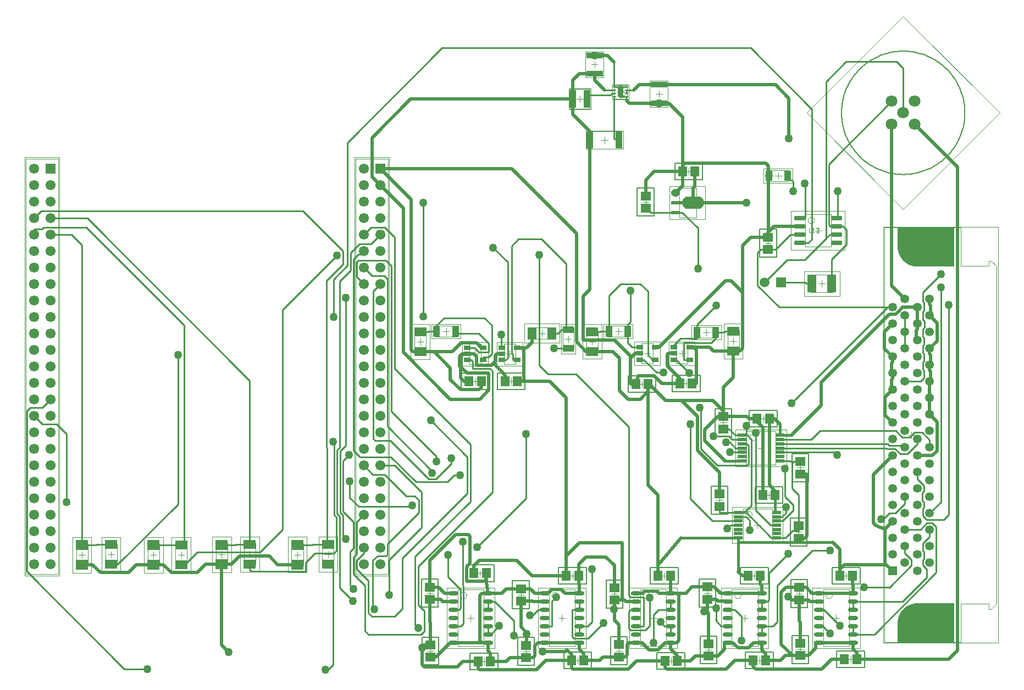
<source format=gtl>
G04*
G04 #@! TF.GenerationSoftware,Altium Limited,Altium Designer,19.0.15 (446)*
G04*
G04 Layer_Physical_Order=1*
G04 Layer_Color=255*
%FSLAX25Y25*%
%MOIN*%
G70*
G01*
G75*
%ADD11C,0.00394*%
%ADD14C,0.00787*%
%ADD16C,0.01000*%
%ADD17C,0.00197*%
%ADD23R,0.10236X0.03740*%
%ADD24R,0.06127X0.05530*%
%ADD25R,0.05530X0.06127*%
%ADD26R,0.07284X0.05315*%
%ADD27R,0.05512X0.02362*%
%ADD28R,0.07087X0.02362*%
G04:AMPARAMS|DCode=29|XSize=74.8mil|YSize=125.98mil|CornerRadius=0mil|HoleSize=0mil|Usage=FLASHONLY|Rotation=90.000|XOffset=0mil|YOffset=0mil|HoleType=Round|Shape=Octagon|*
%AMOCTAGOND29*
4,1,8,-0.06299,-0.01870,-0.06299,0.01870,-0.04429,0.03740,0.04429,0.03740,0.06299,0.01870,0.06299,-0.01870,0.04429,-0.03740,-0.04429,-0.03740,-0.06299,-0.01870,0.0*
%
%ADD29OCTAGOND29*%

%ADD30R,0.04331X0.06496*%
%ADD31R,0.04331X0.02559*%
G04:AMPARAMS|DCode=32|XSize=17.72mil|YSize=55.12mil|CornerRadius=1.95mil|HoleSize=0mil|Usage=FLASHONLY|Rotation=90.000|XOffset=0mil|YOffset=0mil|HoleType=Round|Shape=RoundedRectangle|*
%AMROUNDEDRECTD32*
21,1,0.01772,0.05122,0,0,90.0*
21,1,0.01382,0.05512,0,0,90.0*
1,1,0.00390,0.02561,0.00691*
1,1,0.00390,0.02561,-0.00691*
1,1,0.00390,-0.02561,-0.00691*
1,1,0.00390,-0.02561,0.00691*
%
%ADD32ROUNDEDRECTD32*%
%ADD33R,0.07480X0.05906*%
%ADD34R,0.03937X0.10630*%
%ADD35R,0.05709X0.11024*%
%ADD36R,0.04134X0.10236*%
G04:AMPARAMS|DCode=37|XSize=25.59mil|YSize=64.96mil|CornerRadius=1.92mil|HoleSize=0mil|Usage=FLASHONLY|Rotation=90.000|XOffset=0mil|YOffset=0mil|HoleType=Round|Shape=RoundedRectangle|*
%AMROUNDEDRECTD37*
21,1,0.02559,0.06112,0,0,90.0*
21,1,0.02175,0.06496,0,0,90.0*
1,1,0.00384,0.03056,0.01088*
1,1,0.00384,0.03056,-0.01088*
1,1,0.00384,-0.03056,-0.01088*
1,1,0.00384,-0.03056,0.01088*
%
%ADD37ROUNDEDRECTD37*%
%ADD38R,0.07874X0.07874*%
%ADD39R,0.06693X0.04331*%
%ADD40O,0.06102X0.02362*%
%ADD41R,0.04331X0.06693*%
%ADD42R,0.05315X0.07284*%
%ADD73R,0.01968X0.01102*%
%ADD74R,0.03543X0.06299*%
%ADD75C,0.01968*%
%ADD76C,0.01772*%
%ADD77C,0.01102*%
%ADD78C,0.07087*%
%ADD79R,0.05906X0.05906*%
%ADD80C,0.05906*%
%ADD81C,0.06102*%
%ADD82R,0.06102X0.06102*%
%ADD83C,0.05315*%
%ADD84R,0.05315X0.05315*%
%ADD85C,0.05000*%
%ADD86C,0.01968*%
G36*
X537069Y19606D02*
X571341D01*
Y43228D01*
X548880Y43228D01*
X548106D01*
X546571Y43026D01*
X545075Y42625D01*
X543645Y42033D01*
X542304Y41258D01*
X541076Y40316D01*
X539981Y39221D01*
X539038Y37993D01*
X538264Y36652D01*
X537672Y35221D01*
X537271Y33726D01*
X537069Y32191D01*
Y31417D01*
D01*
Y19606D01*
D02*
G37*
G36*
Y271220D02*
X571341D01*
Y247598D01*
X548880D01*
X548106D01*
X546571Y247800D01*
X545075Y248201D01*
X543645Y248793D01*
X542304Y249567D01*
X541076Y250510D01*
X539981Y251605D01*
X539038Y252833D01*
X538264Y254174D01*
X537672Y255604D01*
X537271Y257100D01*
X537069Y258635D01*
Y259409D01*
D01*
Y271220D01*
D02*
G37*
D11*
X483280Y270843D02*
Y268875D01*
X483673Y268481D01*
X484460D01*
X484854Y268875D01*
Y270843D01*
X485641Y268481D02*
X486428D01*
X486034D01*
Y270843D01*
X485641Y270449D01*
X489183Y268481D02*
X487609D01*
X489183Y270056D01*
Y270449D01*
X488790Y270843D01*
X488002D01*
X487609Y270449D01*
X450787Y143976D02*
X450524Y144961D01*
X449803Y145681D01*
X448819Y145945D01*
X447835Y145681D01*
X447114Y144961D01*
X446850Y143976D01*
X447114Y142992D01*
X447835Y142272D01*
X448819Y142008D01*
X449803Y142272D01*
X450524Y142992D01*
X450787Y143976D01*
X448701Y97165D02*
X448437Y98150D01*
X447717Y98870D01*
X446732Y99134D01*
X445748Y98870D01*
X445027Y98150D01*
X444764Y97165D01*
X445027Y96181D01*
X445748Y95461D01*
X446732Y95197D01*
X447717Y95461D01*
X448437Y96181D01*
X448701Y97165D01*
X371488Y352571D02*
X371187Y353497D01*
X370400Y354069D01*
X369427D01*
X368639Y353497D01*
X368339Y352571D01*
X368639Y351645D01*
X369427Y351073D01*
X370400D01*
X371187Y351645D01*
X371488Y352571D01*
X486417Y275781D02*
X486154Y276765D01*
X485433Y277485D01*
X484449Y277749D01*
X483465Y277485D01*
X482744Y276765D01*
X482480Y275781D01*
X482744Y274796D01*
X483465Y274076D01*
X484449Y273812D01*
X485433Y274076D01*
X486154Y274796D01*
X486417Y275781D01*
X497312Y48156D02*
X497048Y49140D01*
X496328Y49861D01*
X495343Y50125D01*
X494359Y49861D01*
X493639Y49140D01*
X493375Y48156D01*
X493639Y47172D01*
X494359Y46451D01*
X495343Y46188D01*
X496328Y46451D01*
X497048Y47172D01*
X497312Y48156D01*
X441901Y48156D02*
X441638Y49140D01*
X440917Y49861D01*
X439933Y50125D01*
X438948Y49861D01*
X438228Y49140D01*
X437964Y48156D01*
X438228Y47172D01*
X438948Y46451D01*
X439933Y46188D01*
X440917Y46451D01*
X441638Y47172D01*
X441901Y48156D01*
X386491Y48156D02*
X386227Y49140D01*
X385506Y49861D01*
X384522Y50125D01*
X383538Y49861D01*
X382817Y49140D01*
X382554Y48156D01*
X382817Y47172D01*
X383538Y46451D01*
X384522Y46188D01*
X385506Y46451D01*
X386227Y47172D01*
X386491Y48156D01*
X331080D02*
X330816Y49140D01*
X330096Y49861D01*
X329111Y50125D01*
X328127Y49861D01*
X327407Y49140D01*
X327143Y48156D01*
X327407Y47172D01*
X328127Y46451D01*
X329111Y46188D01*
X330096Y46451D01*
X330816Y47172D01*
X331080Y48156D01*
X275669D02*
X275406Y49140D01*
X274685Y49861D01*
X273701Y50125D01*
X272716Y49861D01*
X271996Y49140D01*
X271732Y48156D01*
X271996Y47172D01*
X272716Y46451D01*
X273701Y46188D01*
X274685Y46451D01*
X275406Y47172D01*
X275669Y48156D01*
X386732Y345630D02*
Y359016D01*
X397756Y345630D02*
Y359016D01*
X386732Y345630D02*
X397756D01*
X386732Y359016D02*
X397756D01*
X244036Y195433D02*
Y208425D01*
X250925Y195433D02*
Y208425D01*
X244036Y195433D02*
X250925D01*
X244036Y208425D02*
X250925D01*
X404646Y277323D02*
Y295433D01*
X414882Y277323D02*
Y295433D01*
X404646D02*
X414882D01*
X404646Y277323D02*
X414882D01*
X458130Y305925D02*
X470925D01*
X458130Y299429D02*
X470925D01*
X458130D02*
Y305925D01*
X470925Y299429D02*
Y305925D01*
X381670Y188780D02*
X388757D01*
X381670Y200984D02*
X388757D01*
Y188780D02*
Y200984D01*
X381670Y188780D02*
Y200984D01*
X445276Y127441D02*
X462992D01*
X445276Y147520D02*
X462992D01*
Y127441D02*
Y147520D01*
X445276Y127441D02*
Y147520D01*
X123543Y79567D02*
X130630D01*
X123543Y66181D02*
X130630D01*
Y79567D01*
X123543Y66181D02*
Y79567D01*
X443189Y80630D02*
Y100709D01*
X460906Y80630D02*
Y100709D01*
X443189D02*
X460906D01*
X443189Y80630D02*
X460906D01*
X298167Y188465D02*
Y200669D01*
X305253Y188465D02*
Y200669D01*
X298167D02*
X305253D01*
X298167Y188465D02*
X305253D01*
X277222D02*
Y200669D01*
X284308Y188465D02*
Y200669D01*
X277222D02*
X284308D01*
X277222Y188465D02*
X284308D01*
X402615Y188780D02*
Y200984D01*
X409702Y188780D02*
Y200984D01*
X402615D02*
X409702D01*
X402615Y188780D02*
X409702D01*
X373063Y349421D02*
Y357689D01*
X364795Y349421D02*
Y357689D01*
Y349421D02*
X373063D01*
X364795Y357689D02*
X373063D01*
X338346Y343386D02*
X350157D01*
Y355197D01*
X338346D02*
X350157D01*
X338346Y343386D02*
Y355197D01*
X227886Y61008D02*
Y313016D01*
X208398D02*
X227886D01*
X208398Y61008D02*
Y313016D01*
Y61008D02*
X227886D01*
X497716Y231929D02*
Y242559D01*
X484331Y231929D02*
Y242559D01*
Y231929D02*
X497716D01*
X484331Y242559D02*
X497716D01*
X348976Y319095D02*
Y329724D01*
X369449Y319095D02*
Y329724D01*
X348976D02*
X369449D01*
X348976Y319095D02*
X369449D01*
X480905Y259639D02*
X496654D01*
X480905Y279324D02*
X496654D01*
Y259639D02*
Y279324D01*
X480905Y259639D02*
Y279324D01*
X575628Y247988D02*
X592203D01*
X575274D02*
Y270913D01*
X528819Y271220D02*
X575274D01*
X528818Y19607D02*
X575275D01*
X528819Y19606D02*
Y271220D01*
X575276Y19606D02*
Y42834D01*
X575280Y42838D01*
X592205D01*
X596929Y42834D02*
Y247992D01*
X593780Y251141D02*
X596929Y247992D01*
X592205Y251141D02*
X593780D01*
X592205Y247990D02*
Y251141D01*
X593780Y39685D02*
X596929Y42834D01*
X592205Y39685D02*
X593780D01*
X592205D02*
Y42838D01*
X333798Y197165D02*
X340491D01*
X333798Y210157D02*
X340491D01*
X333798Y197165D02*
Y210157D01*
X340491Y197165D02*
Y210157D01*
X491800Y17152D02*
Y51601D01*
X507548Y17152D02*
Y51601D01*
X491800D02*
X507548D01*
X491800Y17152D02*
X507548D01*
X140650Y79567D02*
X147539D01*
X140650Y66575D02*
X147539D01*
Y79567D01*
X140650Y66575D02*
Y79567D01*
X82205Y65905D02*
Y79291D01*
X89291Y65905D02*
Y79291D01*
X82205Y65905D02*
X89291D01*
X82205Y79291D02*
X89291D01*
X169449Y79409D02*
X176535D01*
X169449Y66024D02*
X176535D01*
Y79409D01*
X169449Y66024D02*
Y79409D01*
X188090Y79410D02*
X194980D01*
X188090Y66418D02*
X194980D01*
Y79410D01*
X188090Y66418D02*
Y79410D01*
X38858Y79331D02*
X45945D01*
X38858Y65945D02*
X45945D01*
Y79331D01*
X38858Y65945D02*
Y79331D01*
X56594Y79331D02*
X63484D01*
X56594Y66339D02*
X63484D01*
Y79331D01*
X56594Y66339D02*
Y79331D01*
X99035Y79292D02*
X105925D01*
X99035Y66299D02*
X105925D01*
Y79292D01*
X99035Y66299D02*
Y79292D01*
X436389Y17152D02*
Y51601D01*
X452137Y17152D02*
Y51601D01*
X436389D02*
X452137D01*
X436389Y17152D02*
X452137D01*
X380979D02*
Y51601D01*
X396727Y17152D02*
Y51601D01*
X380979D02*
X396727D01*
X380979Y17152D02*
X396727D01*
X325568D02*
Y51601D01*
X341316Y17152D02*
Y51601D01*
X325568D02*
X341316D01*
X325568Y17152D02*
X341316D01*
X270157D02*
Y51601D01*
X285905Y17152D02*
Y51601D01*
X270157D02*
X285905D01*
X270157Y17152D02*
X285905D01*
X374016Y204921D02*
Y211614D01*
X361024Y204921D02*
Y211614D01*
Y204921D02*
X374016D01*
X361024Y211614D02*
X374016D01*
X348327Y208622D02*
X355217D01*
X348327Y195630D02*
X355217D01*
Y208622D01*
X348327Y195630D02*
Y208622D01*
X433957Y208937D02*
X440847D01*
X433957Y195945D02*
X440847D01*
Y208937D01*
X433957Y195945D02*
Y208937D01*
X414449Y204291D02*
Y210984D01*
X427441Y204291D02*
Y210984D01*
X414449D02*
X427441D01*
X414449Y204291D02*
X427441D01*
X269646Y204961D02*
Y211653D01*
X256654Y204961D02*
Y211653D01*
Y204961D02*
X269646D01*
X256654Y211653D02*
X269646D01*
X327695Y203681D02*
Y210571D01*
X314703Y203681D02*
Y210571D01*
Y203681D02*
X327695D01*
X314703Y210571D02*
X327695D01*
X27886Y61008D02*
Y313016D01*
X8398D02*
X27886D01*
X8398Y61008D02*
Y313016D01*
Y61008D02*
X27886D01*
X347638Y363464D02*
X358661D01*
X347638Y376850D02*
X358661D01*
X347638Y363464D02*
Y376850D01*
X358661Y363464D02*
Y376850D01*
X390276Y352323D02*
X394213D01*
X392244Y350354D02*
Y354291D01*
X422362Y12992D02*
Y16929D01*
X420394Y14961D02*
X424331D01*
X367874Y12480D02*
Y16417D01*
X365906Y14449D02*
X369843D01*
X284291Y7992D02*
X288228D01*
X286260Y6024D02*
Y9961D01*
X311732Y12087D02*
Y16024D01*
X309764Y14055D02*
X313701D01*
X245512Y201929D02*
X249449D01*
X247480Y199961D02*
Y203898D01*
X407795Y286378D02*
X411732D01*
X409764Y284409D02*
Y288346D01*
X464528Y300709D02*
Y304646D01*
X462559Y302677D02*
X466496D01*
X408701Y174646D02*
Y178583D01*
X406732Y176614D02*
X410669D01*
X381969Y174449D02*
Y178386D01*
X380000Y176417D02*
X383937D01*
X302638Y176024D02*
Y179961D01*
X300669Y177992D02*
X304606D01*
X280827Y176024D02*
Y179961D01*
X278858Y177992D02*
X282795D01*
X253504Y12365D02*
Y16302D01*
X251535Y14334D02*
X255472D01*
X281811Y61496D02*
X285748D01*
X283780Y59528D02*
Y63465D01*
X340984Y8583D02*
X344921D01*
X342953Y6614D02*
Y10551D01*
X397598Y8228D02*
X401535D01*
X399567Y6260D02*
Y10197D01*
X419528Y49409D02*
X423465D01*
X421496Y47441D02*
Y51378D01*
X503780Y60000D02*
X507717D01*
X505748Y58032D02*
Y61969D01*
X506496Y9449D02*
X510433D01*
X508465Y7480D02*
Y11417D01*
X451220Y8622D02*
X455157D01*
X453189Y6654D02*
Y10591D01*
X478071Y13268D02*
Y17205D01*
X476102Y15236D02*
X480039D01*
X475394Y49094D02*
X479331D01*
X477362Y47126D02*
Y51063D01*
X481902Y340857D02*
X540363Y282396D01*
X481902Y340857D02*
X540363Y399319D01*
X598825Y340857D01*
X540363Y282396D02*
X598825Y340857D01*
X385214Y192913D02*
Y196850D01*
X383245Y194882D02*
X387182D01*
X454134Y135512D02*
Y139449D01*
X452165Y137480D02*
X456102D01*
X448071Y59921D02*
X452008D01*
X450039Y57953D02*
Y61890D01*
X393425Y60000D02*
X397362D01*
X395394Y58032D02*
Y61969D01*
X337874Y59921D02*
X341811D01*
X339843Y57953D02*
Y61890D01*
X458454Y259750D02*
Y263687D01*
X456485Y261719D02*
X460422D01*
X408296Y305301D02*
X412233D01*
X410265Y303333D02*
Y307270D01*
X384134Y284764D02*
Y288701D01*
X382165Y286732D02*
X386102D01*
X127087Y70906D02*
Y74843D01*
X125118Y72874D02*
X129055D01*
X365197Y46929D02*
Y50866D01*
X363228Y48898D02*
X367165D01*
X308465Y46417D02*
Y50354D01*
X306496Y48386D02*
X310433D01*
X253346Y47402D02*
Y51339D01*
X251378Y49370D02*
X255315D01*
X477992Y123583D02*
Y127520D01*
X476024Y125551D02*
X479961D01*
X476969Y84528D02*
Y88465D01*
X475000Y86496D02*
X478937D01*
X453504Y155407D02*
X457441D01*
X455472Y153438D02*
Y157375D01*
X457008Y108937D02*
X460945D01*
X458976Y106969D02*
Y110906D01*
X428858Y103858D02*
Y107795D01*
X426890Y105827D02*
X430827D01*
X431378Y150866D02*
Y154803D01*
X429409Y152835D02*
X433346D01*
X450079Y90669D02*
X454016D01*
X452047Y88701D02*
Y92638D01*
X299741Y194567D02*
X303678D01*
X301710Y192598D02*
Y196535D01*
X278797Y194567D02*
X282734D01*
X280765Y192598D02*
Y196535D01*
X404190Y194882D02*
X408127D01*
X406158Y192913D02*
Y196850D01*
X366961Y353555D02*
X370898D01*
X368929Y351587D02*
Y355524D01*
X344252Y347323D02*
Y351260D01*
X342283Y349291D02*
X346220D01*
X489055Y237244D02*
X492992D01*
X491024Y235276D02*
Y239213D01*
X357244Y324409D02*
X361181D01*
X359213Y322441D02*
Y326378D01*
X488780Y267513D02*
Y271450D01*
X486811Y269481D02*
X490748D01*
X545128Y143444D02*
Y147381D01*
X543159Y145413D02*
X547096D01*
X337145Y201693D02*
Y205630D01*
X335176Y203661D02*
X339113D01*
X497706Y34377D02*
X501643D01*
X499674Y32408D02*
Y36345D01*
X144094Y71103D02*
Y75040D01*
X142126Y73071D02*
X146063D01*
X83780Y72598D02*
X87717D01*
X85748Y70630D02*
Y74567D01*
X172992Y70748D02*
Y74685D01*
X171024Y72716D02*
X174961D01*
X191535Y70945D02*
Y74882D01*
X189567Y72914D02*
X193504D01*
X42402Y70669D02*
Y74606D01*
X40433Y72638D02*
X44370D01*
X60039Y70866D02*
Y74803D01*
X58071Y72835D02*
X62008D01*
X102480Y70827D02*
Y74764D01*
X100512Y72795D02*
X104449D01*
X442295Y34377D02*
X446232D01*
X444263Y32408D02*
Y36345D01*
X386884Y34377D02*
X390821D01*
X388853Y32408D02*
Y36345D01*
X331474Y34377D02*
X335411D01*
X333442Y32408D02*
Y36345D01*
X276063Y34377D02*
X280000D01*
X278031Y32408D02*
Y36345D01*
X365551Y208268D02*
X369488D01*
X367520Y206299D02*
Y210236D01*
X351772Y200158D02*
Y204095D01*
X349803Y202126D02*
X353740D01*
X437402Y200472D02*
Y204409D01*
X435433Y202441D02*
X439370D01*
X418976Y207638D02*
X422913D01*
X420945Y205669D02*
Y209606D01*
X261181Y208307D02*
X265118D01*
X263150Y206339D02*
Y210276D01*
X319231Y207126D02*
X323168D01*
X321199Y205157D02*
Y209094D01*
X353150Y368189D02*
Y372126D01*
X351181Y370157D02*
X355118D01*
D14*
X566810Y314410D02*
X567505Y315124D01*
X568180Y315856D01*
X568836Y316605D01*
X569471Y317371D01*
X570086Y318155D01*
X570680Y318954D01*
X571252Y319769D01*
X571803Y320599D01*
X572331Y321443D01*
X572836Y322301D01*
X573319Y323171D01*
X573778Y324055D01*
X574214Y324951D01*
X574625Y325857D01*
X575012Y326775D01*
X575375Y327702D01*
X575713Y328639D01*
X576025Y329584D01*
X576313Y330537D01*
X576575Y331498D01*
X576811Y332465D01*
X577022Y333439D01*
X577206Y334417D01*
X577364Y335400D01*
X577497Y336387D01*
X577602Y337377D01*
X577682Y338370D01*
X577735Y339364D01*
X577761Y340359D01*
Y341355D01*
X577735Y342351D01*
X577682Y343345D01*
X577602Y344337D01*
X577497Y345327D01*
X577364Y346315D01*
X577206Y347298D01*
X577022Y348276D01*
X576811Y349249D01*
X576575Y350217D01*
X576313Y351177D01*
X576025Y352131D01*
X575713Y353076D01*
X575375Y354013D01*
X575012Y354940D01*
X574625Y355857D01*
X574214Y356764D01*
X573778Y357660D01*
X573319Y358543D01*
X572836Y359414D01*
X572331Y360272D01*
X571803Y361116D01*
X571252Y361946D01*
X570680Y362761D01*
X570086Y363560D01*
X569471Y364343D01*
X568836Y365110D01*
X568180Y365859D01*
X567505Y366591D01*
X566810Y367304D01*
X566097Y367999D01*
X565365Y368674D01*
X564616Y369330D01*
X563849Y369966D01*
X563066Y370580D01*
X562267Y371174D01*
X561452Y371746D01*
X560622Y372297D01*
X559778Y372825D01*
X558920Y373331D01*
X558049Y373813D01*
X557165Y374272D01*
X556270Y374708D01*
X555363Y375119D01*
X554446Y375506D01*
X553518Y375869D01*
X552582Y376207D01*
X551637Y376519D01*
X550683Y376807D01*
X549722Y377069D01*
X548755Y377305D01*
X547782Y377516D01*
X546804Y377700D01*
X545820Y377859D01*
X544834Y377991D01*
X543843Y378097D01*
X542851Y378176D01*
X541856Y378229D01*
X540861Y378256D01*
X539865Y378256D01*
X538870Y378229D01*
X537876Y378176D01*
X536883Y378097D01*
X535893Y377991D01*
X534906Y377859D01*
X533923Y377700D01*
X532945Y377516D01*
X531971Y377305D01*
X531004Y377069D01*
X530043Y376807D01*
X529090Y376520D01*
X528145Y376207D01*
X527208Y375869D01*
X526281Y375506D01*
X525363Y375119D01*
X524457Y374708D01*
X523561Y374272D01*
X522677Y373813D01*
X521806Y373331D01*
X520949Y372825D01*
X520104Y372297D01*
X519275Y371747D01*
X518460Y371174D01*
X517661Y370581D01*
X516877Y369966D01*
X516111Y369330D01*
X515361Y368674D01*
X514630Y367999D01*
X513916Y367304D01*
X513916Y367304D02*
X513222Y366591D01*
X512546Y365859D01*
X511890Y365110D01*
X511255Y364343D01*
X510640Y363560D01*
X510046Y362761D01*
X509474Y361946D01*
X508923Y361116D01*
X508395Y360272D01*
X507890Y359414D01*
X507407Y358543D01*
X506948Y357660D01*
X506513Y356764D01*
X506101Y355857D01*
X505714Y354940D01*
X505351Y354013D01*
X505014Y353076D01*
X504701Y352131D01*
X504414Y351177D01*
X504151Y350217D01*
X503915Y349249D01*
X503705Y348276D01*
X503520Y347298D01*
X503362Y346315D01*
X503230Y345328D01*
X503124Y344338D01*
X503044Y343345D01*
X502991Y342351D01*
X502965Y341355D01*
Y340359D01*
X502991Y339364D01*
X503044Y338370D01*
X503124Y337377D01*
X503230Y336387D01*
X503362Y335400D01*
X503520Y334417D01*
X503705Y333439D01*
X503915Y332466D01*
X504151Y331498D01*
X504414Y330538D01*
X504701Y329584D01*
X505014Y328639D01*
X505351Y327702D01*
X505714Y326775D01*
X506101Y325857D01*
X506513Y324951D01*
X506948Y324055D01*
X507407Y323172D01*
X507890Y322301D01*
X508395Y321443D01*
X508923Y320599D01*
X509474Y319769D01*
X510046Y318954D01*
X510640Y318155D01*
X511255Y317372D01*
X511890Y316605D01*
X512546Y315856D01*
X513222Y315124D01*
X513916Y314410D01*
X514630Y313716D01*
X515361Y313040D01*
X516111Y312385D01*
X516877Y311749D01*
X517660Y311134D01*
X518460Y310541D01*
X519274Y309968D01*
X520104Y309418D01*
X520948Y308890D01*
X521806Y308384D01*
X522677Y307902D01*
X523561Y307442D01*
X524456Y307007D01*
X525363Y306595D01*
X526280Y306208D01*
X527208Y305846D01*
X528144Y305508D01*
X529090Y305195D01*
X530043Y304908D01*
X531004Y304646D01*
X531971Y304409D01*
X532944Y304199D01*
X533923Y304014D01*
X534906Y303856D01*
X535893Y303724D01*
X536883Y303618D01*
X537875Y303539D01*
X538870Y303486D01*
X539865Y303459D01*
X540861Y303459D01*
X541856Y303486D01*
X542851Y303539D01*
X543843Y303618D01*
X544833Y303724D01*
X545820Y303856D01*
X546803Y304014D01*
X547782Y304199D01*
X548755Y304409D01*
X549722Y304646D01*
X550683Y304908D01*
X551636Y305195D01*
X552582Y305508D01*
X553518Y305846D01*
X554446Y306208D01*
X555363Y306595D01*
X556270Y307007D01*
X557165Y307442D01*
X558049Y307901D01*
X558920Y308384D01*
X559778Y308889D01*
X560622Y309418D01*
X561452Y309968D01*
X562266Y310540D01*
X563066Y311134D01*
X563849Y311749D01*
X564615Y312385D01*
X565365Y313040D01*
X566096Y313716D01*
X566810Y314410D01*
X417330Y6484D02*
Y23437D01*
X427394D01*
Y6484D02*
Y23437D01*
X417330Y6484D02*
X427394D01*
X362842Y5972D02*
Y22926D01*
X372906D01*
Y5972D02*
Y22926D01*
X362842Y5972D02*
X372906D01*
X277783Y2960D02*
X294737D01*
X277783D02*
Y13024D01*
X294737D01*
Y2960D02*
Y13024D01*
X306700Y5578D02*
Y22532D01*
X316764D01*
Y5578D02*
Y22532D01*
X306700Y5578D02*
X316764D01*
X400224Y171582D02*
Y181646D01*
Y171582D02*
X417178D01*
Y181646D01*
X400224D02*
X417178D01*
X373492Y171385D02*
Y181449D01*
Y171385D02*
X390445D01*
Y181449D01*
X373492D02*
X390445D01*
X294161Y172960D02*
Y183024D01*
Y172960D02*
X311115D01*
Y183024D01*
X294161D02*
X311115D01*
X272350Y172960D02*
Y183024D01*
Y172960D02*
X289304D01*
Y183024D01*
X272350D02*
X289304D01*
X248472Y5857D02*
Y22811D01*
X258536D01*
Y5857D02*
Y22811D01*
X248472Y5857D02*
X258536D01*
X275303Y56464D02*
X292256D01*
X275303D02*
Y66528D01*
X292256D01*
Y56464D02*
Y66528D01*
X334476Y3551D02*
X351430D01*
X334476D02*
Y13615D01*
X351430D01*
Y3551D02*
Y13615D01*
X391090Y3196D02*
X408044D01*
X391090D02*
Y13260D01*
X408044D01*
Y3196D02*
Y13260D01*
X416464Y57886D02*
X426528D01*
X416464Y40933D02*
Y57886D01*
Y40933D02*
X426528D01*
Y57886D01*
X497271Y54968D02*
X514225D01*
X497271D02*
Y65032D01*
X514225D01*
Y54968D02*
Y65032D01*
X499988Y4417D02*
X516941D01*
X499988D02*
Y14481D01*
X516941D01*
Y4417D02*
Y14481D01*
X444712Y3590D02*
X461666D01*
X444712D02*
Y13654D01*
X461666D01*
Y3590D02*
Y13654D01*
X473039Y6759D02*
Y23713D01*
X483103D01*
Y6759D02*
Y23713D01*
X473039Y6759D02*
X483103D01*
X472330Y57571D02*
X482394D01*
X472330Y40618D02*
Y57571D01*
Y40618D02*
X482394D01*
Y57571D01*
X441563Y54889D02*
X458516D01*
X441563D02*
Y64953D01*
X458516D01*
Y54889D02*
Y64953D01*
X386917Y54968D02*
X403870D01*
X386917D02*
Y65032D01*
X403870D01*
Y54968D02*
Y65032D01*
X331366Y54889D02*
X348319D01*
X331366D02*
Y64953D01*
X348319D01*
Y54889D02*
Y64953D01*
X453422Y253242D02*
Y270195D01*
X463486D01*
Y253242D02*
Y270195D01*
X453422Y253242D02*
X463486D01*
X401788Y310333D02*
X418741D01*
Y300269D02*
Y310333D01*
X401788Y300269D02*
X418741D01*
X401788D02*
Y310333D01*
X389166Y278256D02*
Y295209D01*
X379102Y278256D02*
X389166D01*
X379102D02*
Y295209D01*
X389166D01*
X370229Y40421D02*
Y57374D01*
X360165Y40421D02*
X370229D01*
X360165D02*
Y57374D01*
X370229D01*
X313496Y39909D02*
Y56863D01*
X303433Y39909D02*
X313496D01*
X303433D02*
Y56863D01*
X313496D01*
X258378Y40893D02*
Y57847D01*
X248315Y40893D02*
X258378D01*
X248315D02*
Y57847D01*
X258378D01*
X483024Y117074D02*
Y134028D01*
X472960Y117074D02*
X483024D01*
X472960D02*
Y134028D01*
X483024D01*
X482000Y78019D02*
Y94973D01*
X471937Y78019D02*
X482000D01*
X471937D02*
Y94973D01*
X482000D01*
X446996Y150375D02*
X463949D01*
X446996D02*
Y160439D01*
X463949D01*
Y150375D02*
Y160439D01*
X450500Y103905D02*
X467453D01*
X450500D02*
Y113969D01*
X467453D01*
Y103905D02*
Y113969D01*
X423826Y97350D02*
Y114304D01*
X433890D01*
Y97350D02*
Y114304D01*
X423826Y97350D02*
X433890D01*
X426346Y144358D02*
Y161311D01*
X436410D01*
Y144358D02*
Y161311D01*
X426346Y144358D02*
X436410D01*
D16*
X311575Y106975D02*
Y146142D01*
X281900Y77300D02*
X311575Y106975D01*
X522877Y24377D02*
X560400Y61900D01*
X510107Y24377D02*
X522877D01*
X560400Y61900D02*
Y89500D01*
X510107Y44377D02*
X540077D01*
X554744Y59044D01*
Y63968D01*
X552433Y66279D02*
X554744Y63968D01*
X541378Y197913D02*
Y207913D01*
Y217913D01*
X473208Y87200D02*
X476969D01*
X348583Y351700D02*
X362900D01*
X365100Y324900D02*
X368071D01*
X365100D02*
Y350602D01*
X481100Y276981D02*
Y297953D01*
X191000Y78918D02*
Y137325D01*
X42400Y78543D02*
Y260700D01*
X23142Y267100D02*
X36000D01*
X104400Y78799D02*
Y212100D01*
X13142Y270200D02*
X17800D01*
X144000Y63500D02*
Y67067D01*
X194700Y6100D02*
Y66910D01*
X189882Y1282D02*
X194700Y6100D01*
X405300Y204000D02*
X415236D01*
X401400Y198622D02*
Y200100D01*
X268858Y207100D02*
X282800D01*
X335945Y209370D02*
Y249355D01*
X296700Y198307D02*
Y206200D01*
X203400Y322800D02*
X260757Y380157D01*
X448032D01*
X485118Y264218D02*
Y343071D01*
X448032Y380157D02*
X485118Y343071D01*
X482881Y261981D02*
X485118Y264218D01*
X473779Y293347D02*
Y299036D01*
X472886Y299929D02*
X473779Y299036D01*
X471803Y299929D02*
X472886D01*
X470138Y301594D02*
X471803Y299929D01*
X470138Y301594D02*
Y302677D01*
X197095Y136297D02*
X198600Y137803D01*
X194500Y141400D02*
X195307Y140593D01*
Y96810D02*
Y140593D01*
X197095Y97550D02*
Y136297D01*
X198882Y135557D02*
X202400Y139075D01*
X198882Y98290D02*
Y135557D01*
X204764Y107436D02*
X210200Y102000D01*
X204764Y107436D02*
Y117283D01*
X195307Y96810D02*
X196500Y95617D01*
X197095Y97550D02*
X198600Y96044D01*
X198882Y98290D02*
X200625Y96547D01*
X200669Y129769D02*
X204200Y133300D01*
X200669Y99031D02*
Y129769D01*
Y99031D02*
X207016Y92684D01*
X196500Y75000D02*
Y95617D01*
X198600Y52600D02*
Y96044D01*
X200625Y84075D02*
Y96547D01*
Y84075D02*
X202400Y82300D01*
X198600Y52600D02*
X206600Y44600D01*
X266339Y127953D02*
Y130818D01*
X257079Y118693D02*
X266339Y127953D01*
X252764Y118693D02*
X257079D01*
X254646Y122480D02*
Y123354D01*
X229357Y142100D02*
X252764Y118693D01*
X220000Y142100D02*
X229357D01*
X227500Y150500D02*
X254646Y123354D01*
X267806Y120905D02*
X271457D01*
X263800Y116900D02*
X267806Y120905D01*
X232097Y185500D02*
X277811Y139786D01*
X244441Y71701D02*
X277811Y105071D01*
Y139786D01*
X253800Y154200D02*
X276024Y131976D01*
Y110024D02*
Y131976D01*
X236600Y70600D02*
X276024Y110024D01*
X257244Y129449D02*
Y132402D01*
X229920Y159725D02*
X257244Y132402D01*
X229920Y159725D02*
Y248000D01*
X445315Y145785D02*
Y150945D01*
Y145785D02*
X445943Y145157D01*
X445000Y95787D02*
X447205Y93583D01*
Y87638D02*
Y93583D01*
X468465Y107992D02*
X473465Y102992D01*
Y99565D02*
Y102992D01*
X467128Y93228D02*
X473465Y99565D01*
X466987Y95787D02*
X469410Y98210D01*
Y101654D01*
X468465Y107992D02*
Y124921D01*
X516653Y52835D02*
X531810D01*
X531844Y52800D01*
X545323Y66279D01*
X427071Y33865D02*
Y40400D01*
X426653Y33448D02*
X427071Y33865D01*
X426653Y33448D02*
X427213Y32888D01*
X426850Y32526D02*
X427213Y32888D01*
X426850Y32526D02*
X430000Y29377D01*
X329829Y46929D02*
X330118D01*
X327400Y44500D02*
X329829Y46929D01*
X528313Y94213D02*
X532000Y97900D01*
X527008Y94213D02*
X528313D01*
X391000Y183200D02*
X395000D01*
X383058Y191142D02*
X391000Y183200D01*
X380489Y191142D02*
X383058D01*
X314016Y36063D02*
X315763D01*
X319077Y39377D01*
X189803Y1203D02*
X189882Y1282D01*
Y3124D01*
Y1124D02*
Y1282D01*
X189803Y1203D02*
X189882Y1124D01*
X68093Y3307D02*
X81890D01*
X8800Y62600D02*
X68093Y3307D01*
X531113Y222913D02*
X533878D01*
X465187D02*
X531113D01*
X474000Y129294D02*
X477992D01*
X472109D02*
X474000D01*
X444527Y98873D02*
X448400Y102746D01*
X444000Y98346D02*
X444527Y98873D01*
X493500Y264700D02*
X495781Y266981D01*
X480500Y251700D02*
X493500Y264700D01*
X500500Y276981D02*
X500539Y293301D01*
X182396Y78918D02*
X191000D01*
X335945Y209370D02*
X337145D01*
X333244D02*
X335945D01*
X454000Y257975D02*
X458454D01*
X452100Y256075D02*
X454000Y257975D01*
X452100Y236000D02*
Y256075D01*
Y236000D02*
X465187Y222913D01*
X402283Y280472D02*
X406300D01*
X415800Y270972D01*
Y246300D02*
Y270972D01*
X442520Y145157D02*
X445943D01*
X472700Y164500D02*
X531113Y222913D01*
X460408Y82992D02*
X463661D01*
X444527Y98873D02*
X460408Y82992D01*
X440433Y98346D02*
X444527Y98873D01*
X496319Y271981D02*
X499902D01*
X495300Y273000D02*
X496319Y271981D01*
X495300Y273000D02*
Y309714D01*
X533403Y347817D01*
X540363Y340857D02*
Y368000D01*
X536363Y372000D02*
X540363Y368000D01*
X505700Y372000D02*
X536363D01*
X493500Y359800D02*
X505700Y372000D01*
X493500Y264700D02*
Y359800D01*
X470047Y251700D02*
X480500D01*
X456417Y238071D02*
X470047Y251700D01*
X495781Y266981D02*
X499902D01*
X477657Y261981D02*
X482881D01*
X203400Y248300D02*
Y322800D01*
X194800Y239700D02*
X203400Y248300D01*
X194800Y217012D02*
Y239700D01*
X191000Y78918D02*
X191535D01*
X190713Y137613D02*
X191000Y137325D01*
X190713Y137613D02*
Y239013D01*
X200700Y249000D01*
Y257000D01*
X176300Y281400D02*
X200700Y257000D01*
X17530Y281400D02*
X176300D01*
X13142Y277012D02*
X17530Y281400D01*
X401434Y191142D02*
X402458D01*
X410600Y183000D01*
X436762Y142598D02*
X442520D01*
X434573Y144787D02*
X436762Y142598D01*
X425391Y144787D02*
X434573D01*
X425202Y144598D02*
X425391Y144787D01*
X435669Y90669D02*
X440433D01*
X433700Y88700D02*
X435669Y90669D01*
X18230Y162100D02*
X23142Y167012D01*
X10900Y162100D02*
X18230D01*
X8800Y160000D02*
X10900Y162100D01*
X8800Y62600D02*
Y160000D01*
X13142Y157012D02*
X18154Y152000D01*
X26900D01*
X32900Y146000D01*
Y104800D02*
Y146000D01*
X532000Y97900D02*
X535786D01*
X541378Y103492D01*
Y107913D01*
X489241Y29377D02*
X491723D01*
X496100Y25000D01*
X430000Y29377D02*
X433830D01*
X198600Y137803D02*
Y238700D01*
X205200Y245300D01*
Y256000D01*
X210600Y261400D01*
X217530D01*
X223142Y267012D01*
X213142Y247012D02*
X218154Y242000D01*
X225500D01*
X227500Y240000D01*
Y150500D02*
Y240000D01*
X208803Y241351D02*
X213142Y237012D01*
X208803Y241351D02*
Y250154D01*
X210000Y251351D01*
X226570D01*
X229920Y248000D01*
X202400Y139075D02*
Y228800D01*
X563200Y104735D02*
Y235000D01*
X556378Y97913D02*
X563200Y104735D01*
X323009Y29377D02*
X327400D01*
Y44500D01*
X228600Y48300D02*
Y69557D01*
X248300Y89257D01*
Y110800D01*
X232088Y127012D02*
X248300Y110800D01*
X223142Y127012D02*
X232088D01*
X319077Y39377D02*
X323009D01*
X218769Y40531D02*
X219600Y39700D01*
X218769Y40531D02*
Y69169D01*
X221600Y72000D01*
X226780D01*
X227480Y72700D01*
Y79268D01*
X246500Y98288D01*
Y106000D01*
X244100Y108400D02*
X246500Y106000D01*
X239100Y108400D02*
X244100D01*
X226100Y121400D02*
X239100Y108400D01*
X218754Y121400D02*
X226100D01*
X213142Y127012D02*
X218754Y121400D01*
X267598Y29377D02*
X272000D01*
X273724Y31101D01*
Y53633D01*
X273228Y54129D02*
X273724Y53633D01*
X273228Y54129D02*
Y80728D01*
X273300Y80800D01*
X435200Y134921D02*
X442520D01*
X213142Y73739D02*
Y77012D01*
X208803Y69400D02*
X213142Y73739D01*
X208803Y63870D02*
Y69400D01*
Y63870D02*
X215800Y56873D01*
Y37500D02*
Y56873D01*
Y37500D02*
X218000Y35300D01*
X232000D01*
X236600Y39900D01*
Y70600D01*
X433000Y141000D02*
X435180D01*
X438700Y137480D01*
X442520D01*
X290300Y24377D02*
X295423Y29500D01*
X288464Y24377D02*
X290300D01*
X485313Y75200D02*
X495800D01*
X464056Y53944D02*
X485313Y75200D01*
X464056Y32033D02*
Y53944D01*
X461400Y29377D02*
X464056Y32033D01*
X454696Y29377D02*
X461400D01*
X498679Y134921D02*
X500200Y133400D01*
X465748Y134921D02*
X498679D01*
X100600Y103400D02*
Y193900D01*
X64031Y66831D02*
X100600Y103400D01*
X60039Y66831D02*
X64031D01*
X374900Y213872D02*
Y232900D01*
X373228Y212200D02*
X374900Y213872D01*
X373228Y208268D02*
Y212200D01*
X376000Y198622D02*
X380489D01*
X373228Y201394D02*
X376000Y198622D01*
X373228Y201394D02*
Y208268D01*
X304300Y23500D02*
Y32777D01*
X292700Y44377D02*
X304300Y32777D01*
X288464Y44377D02*
X292700D01*
X339500Y39377D02*
X343875D01*
X339500Y23000D02*
Y39377D01*
Y23000D02*
X340600Y21900D01*
X349300D01*
X358600Y31200D01*
X392000Y39377D02*
X399286D01*
X388800Y36177D02*
X392000Y39377D01*
X388800Y19400D02*
Y36177D01*
X454696Y44377D02*
X458000D01*
X459100Y45477D01*
Y61600D01*
X470700Y73200D01*
X465748Y142598D02*
X484698D01*
X490000Y147900D01*
X535812D01*
X539744Y143968D01*
X544354D01*
X547244Y146858D01*
X551854D01*
X556378Y142334D01*
Y137913D02*
Y142334D01*
X450900Y99769D02*
Y146500D01*
Y99769D02*
X460000Y90669D01*
X463661D01*
X191535Y66910D02*
X194700D01*
X102480Y66792D02*
X104592D01*
X112200Y74400D01*
X150300D01*
X164000Y88100D01*
Y221400D01*
X196900Y254300D01*
X415236Y207638D02*
Y212253D01*
X427091Y224109D01*
X303500Y190827D02*
X306434D01*
X303500D02*
Y194500D01*
X302900Y195100D02*
X303500Y194500D01*
X302900Y195100D02*
Y260000D01*
X307100Y264200D01*
X321100D01*
X335945Y249355D01*
X568000Y96968D02*
Y224200D01*
X565000Y93968D02*
X568000Y96968D01*
X554744Y93968D02*
X565000D01*
X552433Y96279D02*
X554744Y93968D01*
X552433Y96279D02*
Y100889D01*
X552823Y101279D01*
Y104547D01*
X552000Y105370D02*
X552823Y104547D01*
X552000Y105370D02*
Y110456D01*
X552823Y111279D01*
Y114547D01*
X548878Y118492D02*
X552823Y114547D01*
X548878Y118492D02*
Y122913D01*
X291700Y259000D02*
X300500Y250200D01*
Y192000D02*
Y250200D01*
X299327Y190827D02*
X300500Y192000D01*
X296986Y190827D02*
X299327D01*
X285490D02*
Y192800D01*
X288900D01*
X290800Y194700D01*
Y212000D01*
X286400Y216400D02*
X290800Y212000D01*
X261841Y216400D02*
X286400D01*
X257441Y212000D02*
X261841Y216400D01*
X257441Y208307D02*
Y212000D01*
X268858Y207100D02*
Y208307D01*
X282800Y207100D02*
X289000Y200900D01*
Y195700D02*
Y200900D01*
X282800Y195700D02*
X289000D01*
X280193Y198307D02*
X282800Y195700D01*
X276041Y198307D02*
X280193D01*
X276041Y190827D02*
X278373D01*
X279218Y189982D01*
Y185504D02*
Y189982D01*
Y185504D02*
X289875D01*
X291379Y184000D01*
Y110778D02*
Y184000D01*
X246228Y65628D02*
X291379Y110778D01*
X246228Y42307D02*
Y65628D01*
Y42307D02*
X250000Y38536D01*
Y26400D02*
Y38536D01*
X248000Y24400D02*
X250000Y26400D01*
X216000Y24400D02*
X248000D01*
X213800Y26600D02*
X216000Y24400D01*
X213800Y26600D02*
Y54102D01*
X207016Y60886D02*
X213800Y54102D01*
X207016Y60886D02*
Y71351D01*
X208803Y73138D01*
Y92673D01*
X213142Y97012D01*
X407400Y191142D02*
X410883D01*
X407400D02*
Y201200D01*
X424000D01*
X426654Y203854D01*
Y207638D01*
X388358Y191142D02*
X389938D01*
X385500Y194000D02*
X388358Y191142D01*
X385500Y194000D02*
Y232600D01*
X381100Y237000D02*
X385500Y232600D01*
X368911Y237000D02*
X381100D01*
X361811Y229900D02*
X368911Y237000D01*
X361811Y208268D02*
Y229900D01*
X401400Y198622D02*
X401434D01*
X401400Y200100D02*
X405300Y204000D01*
X415236D02*
Y207638D01*
X351600Y32000D02*
Y64000D01*
X348977Y29377D02*
X351600Y32000D01*
X343875Y29377D02*
X348977D01*
X411200Y106528D02*
Y152100D01*
Y106528D02*
X424500Y93228D01*
X440433D01*
X442520Y140039D02*
X445561D01*
X446600Y139000D01*
Y128000D02*
Y139000D01*
X445600Y127000D02*
X446600Y128000D01*
X427713Y127000D02*
X445600D01*
X417744Y136969D02*
X427713Y127000D01*
X417744Y136969D02*
Y161256D01*
X417000Y162000D02*
X417744Y161256D01*
X244800Y116900D02*
X263800D01*
X229700Y132000D02*
X244800Y116900D01*
X211000Y132000D02*
X229700D01*
X207000Y136000D02*
X211000Y132000D01*
X207000Y136000D02*
Y252100D01*
X210000Y255100D01*
X211230D01*
X213142Y257012D01*
X218800Y232670D02*
X223142Y237012D01*
X218800Y143300D02*
Y232670D01*
Y143300D02*
X220000Y142100D01*
X433830Y39377D02*
X438123D01*
X442300Y35200D01*
Y20500D02*
Y35200D01*
X244441Y29959D02*
X246200Y28200D01*
X244441Y29959D02*
Y71701D01*
X232097Y185500D02*
Y265303D01*
X226000Y271400D02*
X232097Y265303D01*
X217530Y271400D02*
X226000D01*
X213142Y267012D02*
X217530Y271400D01*
X375000Y39377D02*
X378420D01*
X374000Y38377D02*
X375000Y39377D01*
X374000Y27900D02*
Y38377D01*
Y27900D02*
X375000Y26900D01*
X384000D01*
X386600Y29500D01*
Y46500D01*
X205057Y54059D02*
X207016Y52100D01*
X205057Y54059D02*
Y74754D01*
X207016Y76713D01*
Y92684D01*
X431378Y149091D02*
X434616D01*
X438550Y145157D01*
X442520D01*
X144000Y67067D02*
X144094D01*
X144000Y63500D02*
X145000Y62500D01*
X178100D01*
Y68000D01*
X183700Y73600D01*
X195100D01*
X196500Y75000D01*
X267598Y39377D02*
X271100D01*
X271937Y40213D01*
Y51800D01*
X264300Y59437D02*
X271937Y51800D01*
X264300Y59437D02*
Y72600D01*
X440433Y95787D02*
X445000D01*
X241800Y102000D02*
X242500Y102700D01*
X210200Y102000D02*
X241800D01*
X489241Y39377D02*
X492323D01*
X501900Y29800D01*
X13142Y267012D02*
Y270200D01*
X17800D02*
X19000Y271400D01*
X45100D01*
X104400Y212100D01*
X102480Y78799D02*
X104400D01*
X144094Y79075D02*
Y178406D01*
X45488Y277012D02*
X144094Y178406D01*
X23142Y277012D02*
X45488D01*
X499902Y276981D02*
X500500D01*
X440433Y98346D02*
X444000D01*
X448400Y102746D02*
Y142700D01*
X445943Y145157D02*
X448400Y142700D01*
X384134Y282989D02*
X384883D01*
X387400Y280472D01*
X402283D01*
X540391Y138900D02*
X541378Y137913D01*
X532000Y138900D02*
X540391D01*
X530861Y140039D02*
X532000Y138900D01*
X465748Y140039D02*
X530861D01*
X378420Y29377D02*
X382800D01*
Y46900D01*
X375000D02*
X382800D01*
X374000Y47900D02*
X375000Y46900D01*
X374000Y47900D02*
Y150200D01*
X342000Y182200D02*
X374000Y150200D01*
X324800Y182200D02*
X342000D01*
X319500Y187500D02*
X324800Y182200D01*
X319500Y187500D02*
Y254800D01*
X477657Y276981D02*
X481100D01*
X249400Y217400D02*
Y286300D01*
X473000Y128294D02*
X474000Y129294D01*
X473000Y113052D02*
Y128294D01*
Y113052D02*
X476969Y109084D01*
Y90239D02*
Y109084D01*
X463661Y93228D02*
X467128D01*
X463661Y95787D02*
X466987D01*
X541378Y73492D02*
Y77913D01*
Y73492D02*
X545323Y69547D01*
Y66279D02*
Y69547D01*
X393200Y31900D02*
X395723Y29377D01*
X399286D01*
X552400Y232000D02*
X563350Y242950D01*
X552400Y226312D02*
Y232000D01*
Y226312D02*
X552823Y225889D01*
Y220823D02*
Y225889D01*
X552400Y220400D02*
X552823Y220823D01*
X552400Y215300D02*
Y220400D01*
Y215300D02*
X553400Y214300D01*
Y210514D02*
Y214300D01*
X552400Y209514D02*
X553400Y210514D01*
X552400Y204970D02*
Y209514D01*
Y204970D02*
X552900Y204470D01*
Y200014D02*
Y204470D01*
X552433Y199547D02*
X552900Y200014D01*
X552433Y194937D02*
Y199547D01*
Y194937D02*
X552823Y194547D01*
Y189937D02*
Y194547D01*
X552433Y189547D02*
X552823Y189937D01*
X552433Y184937D02*
Y189547D01*
Y184937D02*
X552823Y184547D01*
Y179937D02*
Y184547D01*
X550799Y177913D02*
X552823Y179937D01*
X541378Y177913D02*
X550799D01*
X552433Y66279D02*
Y69547D01*
X552823Y69937D01*
Y74547D01*
X552433Y74937D02*
X552823Y74547D01*
X552433Y74937D02*
Y79547D01*
X556378Y83492D01*
Y87913D01*
X541378D02*
X550799D01*
X554786Y91900D01*
X558000D01*
X560400Y89500D01*
X328647Y197953D02*
X337145D01*
X296700Y198307D02*
X296986D01*
X499902Y271981D02*
X504000D01*
X505900Y270081D01*
Y260872D02*
Y270081D01*
X497028Y252000D02*
X505900Y260872D01*
X497028Y237244D02*
Y252000D01*
X465748Y137480D02*
X530113D01*
X530493Y137100D01*
X535400D01*
X538532Y133968D01*
X543012D01*
X548878Y139834D01*
Y142913D01*
X363771Y352571D02*
X365189D01*
X362900Y351700D02*
X363771Y352571D01*
X348583Y349291D02*
Y351700D01*
X481692Y237244D02*
X485020D01*
X480865Y238071D02*
X481692Y237244D01*
X466417Y238071D02*
X480865D01*
X476969Y87200D02*
Y90239D01*
X469000Y82992D02*
X473208Y87200D01*
X463661Y82992D02*
X469000D01*
X458454Y257975D02*
X462994D01*
X472000Y266981D01*
X477657D01*
X428858Y98346D02*
Y102084D01*
Y98346D02*
X440433D01*
X368071Y324409D02*
Y324900D01*
X365100Y350602D02*
X365189D01*
X23142Y267012D02*
Y267100D01*
X36000D02*
X42400Y260700D01*
Y78543D02*
X42402D01*
X471600Y129803D02*
X472109Y129294D01*
X465748Y129803D02*
X471600D01*
X135695Y79075D02*
X144094D01*
X135400Y78780D02*
X135695Y79075D01*
X127087Y78780D02*
X135400D01*
X182100Y78622D02*
X182396Y78918D01*
X172992Y78622D02*
X182100D01*
X51295Y78839D02*
X60039D01*
X51000Y78543D02*
X51295Y78839D01*
X42402Y78543D02*
X51000D01*
X94196Y78799D02*
X102480D01*
X93900Y78504D02*
X94196Y78799D01*
X85748Y78504D02*
X93900D01*
X288464Y24377D02*
Y29377D01*
X343875Y24377D02*
Y29377D01*
X399286Y24377D02*
Y29377D01*
X454696Y24377D02*
Y29377D01*
X510107Y24377D02*
Y29377D01*
X288464Y39377D02*
Y44377D01*
X343875Y39377D02*
Y44377D01*
X399286Y39377D02*
Y44377D01*
X454696Y39377D02*
Y44377D01*
X510107Y39377D02*
Y44377D01*
X356838Y208268D02*
X361811D01*
X356700Y208130D02*
X356838Y208268D01*
X351772Y208130D02*
X356700D01*
X432407Y208445D02*
X437402D01*
X431600Y207638D02*
X432407Y208445D01*
X426654Y207638D02*
X431600D01*
X252574Y208307D02*
X257441D01*
X252200Y207933D02*
X252574Y208307D01*
X247480Y207933D02*
X252200D01*
X331000Y207126D02*
X333244Y209370D01*
X327203Y207126D02*
X331000D01*
D17*
X386732Y344449D02*
Y360197D01*
X397756Y344449D02*
Y360197D01*
X386732Y344449D02*
X397756D01*
X386732Y360197D02*
X397756D01*
X241772Y191299D02*
Y212559D01*
X253189Y191299D02*
Y212559D01*
X241772Y191299D02*
X253189D01*
X241772Y212559D02*
X253189D01*
X398543Y276339D02*
Y296417D01*
X420197Y276339D02*
Y296417D01*
X398543D02*
X420197D01*
X398543Y276339D02*
X420197D01*
X455669Y307008D02*
X473386D01*
X455669Y298346D02*
X473386D01*
X455669D02*
Y307008D01*
X473386Y298346D02*
Y307008D01*
X377340Y187795D02*
X393088D01*
X377340Y201969D02*
X393088D01*
Y187795D02*
Y201969D01*
X377340Y187795D02*
Y201969D01*
X438780Y126457D02*
X469488D01*
X438780Y148504D02*
X469488D01*
Y126457D02*
Y148504D01*
X438780Y126457D02*
Y148504D01*
X121378Y83701D02*
X132795D01*
X121378Y62047D02*
X132795D01*
Y83701D01*
X121378Y62047D02*
Y83701D01*
X436693Y79646D02*
Y101693D01*
X467402Y79646D02*
Y101693D01*
X436693D02*
X467402D01*
X436693Y79646D02*
X467402D01*
X293836Y187480D02*
Y201654D01*
X309584Y187480D02*
Y201654D01*
X293836D02*
X309584D01*
X293836Y187480D02*
X309584D01*
X272891D02*
Y201654D01*
X288639Y187480D02*
Y201654D01*
X272891D02*
X288639D01*
X272891Y187480D02*
X288639D01*
X398284Y187795D02*
Y201969D01*
X414033Y187795D02*
Y201969D01*
X398284D02*
X414033D01*
X398284Y187795D02*
X414033D01*
X374047Y349028D02*
Y358083D01*
X363811Y349028D02*
Y358083D01*
Y349028D02*
X374047D01*
X363811Y358083D02*
X374047D01*
X337559Y342992D02*
X350945D01*
Y355591D01*
X337559D02*
X350945D01*
X337559Y342992D02*
Y355591D01*
X228772Y60122D02*
Y313902D01*
X207512D02*
X228772D01*
X207512Y60122D02*
Y313902D01*
Y60122D02*
X228772D01*
X501850Y229764D02*
Y244724D01*
X480197Y229764D02*
Y244724D01*
Y229764D02*
X501850D01*
X480197Y244724D02*
X501850D01*
X347795Y318898D02*
Y329921D01*
X370630Y318898D02*
Y329921D01*
X347795D02*
X370630D01*
X347795Y318898D02*
X370630D01*
X472441Y257670D02*
X505118D01*
X472441Y281292D02*
X505118D01*
Y257670D02*
Y281292D01*
X472441Y257670D02*
Y281292D01*
X528423Y19212D02*
X598108D01*
Y271614D01*
X528423D02*
X598108D01*
X528423Y19212D02*
Y271614D01*
X332814Y194803D02*
X341476D01*
X332814Y212520D02*
X341476D01*
X332814Y194803D02*
Y212520D01*
X341476Y194803D02*
Y212520D01*
X485206Y16069D02*
Y52684D01*
X514143Y16069D02*
Y52684D01*
X485206D02*
X514143D01*
X485206Y16069D02*
X514143D01*
X138386Y83701D02*
X149803D01*
X138386Y62441D02*
X149803D01*
Y83701D01*
X138386Y62441D02*
Y83701D01*
X80039Y61772D02*
Y83425D01*
X91457Y61772D02*
Y83425D01*
X80039Y61772D02*
X91457D01*
X80039Y83425D02*
X91457D01*
X167283Y83543D02*
X178701D01*
X167283Y61890D02*
X178701D01*
Y83543D01*
X167283Y61890D02*
Y83543D01*
X185827Y83543D02*
X197244D01*
X185827Y62284D02*
X197244D01*
Y83543D01*
X185827Y62284D02*
Y83543D01*
X36693Y83465D02*
X48110D01*
X36693Y61811D02*
X48110D01*
Y83465D01*
X36693Y61811D02*
Y83465D01*
X54331Y83465D02*
X65748D01*
X54331Y62205D02*
X65748D01*
Y83465D01*
X54331Y62205D02*
Y83465D01*
X96772Y83425D02*
X108189D01*
X96772Y62166D02*
X108189D01*
Y83425D01*
X96772Y62166D02*
Y83425D01*
X429795Y16069D02*
Y52684D01*
X458732Y16069D02*
Y52684D01*
X429795D02*
X458732D01*
X429795Y16069D02*
X458732D01*
X374384D02*
Y52684D01*
X403321Y16069D02*
Y52684D01*
X374384D02*
X403321D01*
X374384Y16069D02*
X403321D01*
X318974D02*
Y52684D01*
X347911Y16069D02*
Y52684D01*
X318974D02*
X347911D01*
X318974Y16069D02*
X347911D01*
X263563D02*
Y52684D01*
X292500Y16069D02*
Y52684D01*
X263563D02*
X292500D01*
X263563Y16069D02*
X292500D01*
X376378Y203937D02*
Y212598D01*
X358661Y203937D02*
Y212598D01*
Y203937D02*
X376378D01*
X358661Y212598D02*
X376378D01*
X346063Y212756D02*
X357480D01*
X346063Y191496D02*
X357480D01*
Y212756D01*
X346063Y191496D02*
Y212756D01*
X431693Y213071D02*
X443110D01*
X431693Y191811D02*
X443110D01*
Y213071D01*
X431693Y191811D02*
Y213071D01*
X412087Y203307D02*
Y211968D01*
X429803Y203307D02*
Y211968D01*
X412087D02*
X429803D01*
X412087Y203307D02*
X429803D01*
X272008Y203976D02*
Y212638D01*
X254291Y203976D02*
Y212638D01*
Y203976D02*
X272008D01*
X254291Y212638D02*
X272008D01*
X331829Y201417D02*
Y212835D01*
X310569Y201417D02*
Y212835D01*
Y201417D02*
X331829D01*
X310569Y212835D02*
X331829D01*
X28772Y60122D02*
Y313902D01*
X7512D02*
X28772D01*
X7512Y60122D02*
Y313902D01*
Y60122D02*
X28772D01*
X347638Y362283D02*
X358661D01*
X347638Y378031D02*
X358661D01*
X347638Y362283D02*
Y378031D01*
X358661Y362283D02*
Y378031D01*
D23*
X392244Y346811D02*
D03*
Y357835D02*
D03*
X353150Y364646D02*
D03*
Y375669D02*
D03*
D24*
X422362Y11217D02*
D03*
Y18704D02*
D03*
X367874Y10706D02*
D03*
Y18192D02*
D03*
X311732Y10312D02*
D03*
Y17798D02*
D03*
X253504Y10591D02*
D03*
Y18077D02*
D03*
X421496Y45666D02*
D03*
Y53153D02*
D03*
X478071Y11493D02*
D03*
Y18979D02*
D03*
X477362Y45351D02*
D03*
Y52838D02*
D03*
X458454Y257975D02*
D03*
Y265462D02*
D03*
X384134Y290476D02*
D03*
Y282989D02*
D03*
X365197Y52641D02*
D03*
Y45154D02*
D03*
X308465Y52129D02*
D03*
Y44643D02*
D03*
X253346Y53113D02*
D03*
Y45627D02*
D03*
X477992Y129294D02*
D03*
Y121808D02*
D03*
X476969Y90239D02*
D03*
Y82753D02*
D03*
X428858Y102084D02*
D03*
Y109570D02*
D03*
X431378Y149091D02*
D03*
Y156578D02*
D03*
D25*
X290003Y7992D02*
D03*
X282517D02*
D03*
X412444Y176614D02*
D03*
X404958D02*
D03*
X385712Y176417D02*
D03*
X378225D02*
D03*
X306381Y177992D02*
D03*
X298895D02*
D03*
X284570D02*
D03*
X277084D02*
D03*
X287523Y61496D02*
D03*
X280036D02*
D03*
X346696Y8583D02*
D03*
X339210D02*
D03*
X403310Y8228D02*
D03*
X395824D02*
D03*
X509491Y60000D02*
D03*
X502005D02*
D03*
X512208Y9449D02*
D03*
X504721D02*
D03*
X456932Y8622D02*
D03*
X449446D02*
D03*
X453783Y59921D02*
D03*
X446296D02*
D03*
X399137Y60000D02*
D03*
X391650D02*
D03*
X343586Y59921D02*
D03*
X336099D02*
D03*
X406521Y305301D02*
D03*
X414008D02*
D03*
X459216Y155407D02*
D03*
X451729D02*
D03*
X462720Y108937D02*
D03*
X455233D02*
D03*
D26*
X247480Y195925D02*
D03*
Y207933D02*
D03*
X144094Y79075D02*
D03*
Y67067D02*
D03*
X191535Y78918D02*
D03*
Y66910D02*
D03*
X60039Y78839D02*
D03*
Y66831D02*
D03*
X102480Y78799D02*
D03*
Y66792D02*
D03*
X351772Y208130D02*
D03*
Y196122D02*
D03*
X437402Y208445D02*
D03*
Y196437D02*
D03*
D27*
X402283Y292283D02*
D03*
Y280472D02*
D03*
D28*
X403071Y286378D02*
D03*
D29*
X412913D02*
D03*
D30*
X458917Y302677D02*
D03*
X470138D02*
D03*
D31*
X389938Y198622D02*
D03*
Y191142D02*
D03*
X380489D02*
D03*
Y194882D02*
D03*
Y198622D02*
D03*
X296986Y198307D02*
D03*
Y194567D02*
D03*
Y190827D02*
D03*
X306434D02*
D03*
Y198307D02*
D03*
X276041D02*
D03*
Y194567D02*
D03*
Y190827D02*
D03*
X285490D02*
D03*
Y198307D02*
D03*
X401434Y198622D02*
D03*
Y194882D02*
D03*
Y191142D02*
D03*
X410883D02*
D03*
Y198622D02*
D03*
D32*
X465748Y129803D02*
D03*
Y132362D02*
D03*
Y134921D02*
D03*
Y137480D02*
D03*
Y140039D02*
D03*
Y142598D02*
D03*
Y145157D02*
D03*
X442520Y129803D02*
D03*
Y132362D02*
D03*
Y134921D02*
D03*
Y137480D02*
D03*
Y140039D02*
D03*
Y142598D02*
D03*
Y145157D02*
D03*
X440433Y98346D02*
D03*
Y95787D02*
D03*
Y93228D02*
D03*
Y90669D02*
D03*
Y88110D02*
D03*
Y85551D02*
D03*
Y82992D02*
D03*
X463661Y98346D02*
D03*
Y95787D02*
D03*
Y93228D02*
D03*
Y90669D02*
D03*
Y88110D02*
D03*
Y85551D02*
D03*
Y82992D02*
D03*
D33*
X127087Y78780D02*
D03*
Y66969D02*
D03*
X85748Y66693D02*
D03*
Y78504D02*
D03*
X172992Y78622D02*
D03*
Y66811D02*
D03*
X42402Y78543D02*
D03*
Y66732D02*
D03*
D34*
X339921Y349291D02*
D03*
X348583D02*
D03*
D35*
X497028Y237244D02*
D03*
X485020D02*
D03*
D36*
X350354Y324409D02*
D03*
X368071D02*
D03*
D37*
X499902Y261981D02*
D03*
Y266981D02*
D03*
Y271981D02*
D03*
Y276981D02*
D03*
X477657Y261981D02*
D03*
Y266981D02*
D03*
Y271981D02*
D03*
Y276981D02*
D03*
D38*
X562128Y259413D02*
D03*
Y31413D02*
D03*
D39*
X337145Y197953D02*
D03*
Y209370D02*
D03*
D40*
X489241Y49377D02*
D03*
Y44377D02*
D03*
Y39377D02*
D03*
Y34377D02*
D03*
Y29377D02*
D03*
Y24377D02*
D03*
Y19377D02*
D03*
X510107Y49377D02*
D03*
Y44377D02*
D03*
Y39377D02*
D03*
Y34377D02*
D03*
Y29377D02*
D03*
Y24377D02*
D03*
Y19377D02*
D03*
X433830Y49377D02*
D03*
Y44377D02*
D03*
Y39377D02*
D03*
Y34377D02*
D03*
Y29377D02*
D03*
Y24377D02*
D03*
Y19377D02*
D03*
X454696Y49377D02*
D03*
Y44377D02*
D03*
Y39377D02*
D03*
Y34377D02*
D03*
Y29377D02*
D03*
Y24377D02*
D03*
Y19377D02*
D03*
X378420Y49377D02*
D03*
Y44377D02*
D03*
Y39377D02*
D03*
Y34377D02*
D03*
Y29377D02*
D03*
Y24377D02*
D03*
Y19377D02*
D03*
X399286Y49377D02*
D03*
Y44377D02*
D03*
Y39377D02*
D03*
Y34377D02*
D03*
Y29377D02*
D03*
Y24377D02*
D03*
Y19377D02*
D03*
X323009Y49377D02*
D03*
Y44377D02*
D03*
Y39377D02*
D03*
Y34377D02*
D03*
Y29377D02*
D03*
Y24377D02*
D03*
Y19377D02*
D03*
X343875Y49377D02*
D03*
Y44377D02*
D03*
Y39377D02*
D03*
Y34377D02*
D03*
Y29377D02*
D03*
Y24377D02*
D03*
Y19377D02*
D03*
X267598Y49377D02*
D03*
Y44377D02*
D03*
Y39377D02*
D03*
Y34377D02*
D03*
Y29377D02*
D03*
Y24377D02*
D03*
Y19377D02*
D03*
X288464Y49377D02*
D03*
Y44377D02*
D03*
Y39377D02*
D03*
Y34377D02*
D03*
Y29377D02*
D03*
Y24377D02*
D03*
Y19377D02*
D03*
D41*
X373228Y208268D02*
D03*
X361811D02*
D03*
X415236Y207638D02*
D03*
X426654D02*
D03*
X268858Y208307D02*
D03*
X257441D02*
D03*
D42*
X327203Y207126D02*
D03*
X315195D02*
D03*
D73*
X372669Y350602D02*
D03*
Y352571D02*
D03*
Y354539D02*
D03*
Y356508D02*
D03*
X365189D02*
D03*
Y354539D02*
D03*
Y352571D02*
D03*
Y350602D02*
D03*
D74*
X368929Y353555D02*
D03*
D75*
X568000Y9449D02*
X573200Y14649D01*
X512208Y9449D02*
X568000D01*
X573200Y14649D02*
Y308020D01*
X522205Y121240D02*
X533878Y132913D01*
X522205Y92047D02*
Y121240D01*
X523880Y90372D02*
X529400Y88435D01*
X533878Y189767D02*
Y192913D01*
X533240Y183551D02*
Y189130D01*
Y183551D02*
X533878Y182913D01*
Y179767D02*
Y182913D01*
X533240Y173551D02*
Y179130D01*
Y173551D02*
X533878Y172913D01*
X529400Y157391D02*
Y168435D01*
Y157391D02*
X533878Y152913D01*
X529000Y197791D02*
Y208035D01*
X556378Y197913D02*
X560900Y202435D01*
X529000Y208035D02*
X533878Y212913D01*
X556378Y184767D02*
Y187913D01*
X548878Y209767D02*
Y212913D01*
X557016Y178551D02*
Y184130D01*
X556378Y167913D02*
Y177913D01*
Y217913D02*
X560900Y213391D01*
X557016Y218551D02*
Y224130D01*
X548240Y203551D02*
Y209130D01*
X556378Y157913D02*
Y167913D01*
Y177913D02*
X557016Y178551D01*
X556378Y217913D02*
X557016Y218551D01*
X548240Y203551D02*
X548878Y202913D01*
X556378Y157913D02*
X560900Y153391D01*
X556378Y187913D02*
X557016Y188551D01*
X529400Y88435D02*
X533878Y92913D01*
X560900Y135813D02*
Y153391D01*
X557016Y188551D02*
Y194130D01*
X529000Y197791D02*
X533878Y192913D01*
X529400Y67391D02*
X530091Y66700D01*
X548878Y132913D02*
X558000D01*
X530091Y66700D02*
X533878Y62913D01*
X556378Y194767D02*
Y197913D01*
Y224767D02*
Y227913D01*
X533240Y179130D02*
X533878Y179767D01*
X556378Y194767D02*
X557016Y194130D01*
X529400Y168435D02*
X533878Y172913D01*
X556378Y224767D02*
X557016Y224130D01*
X548878Y212913D02*
Y222913D01*
X529400Y67391D02*
Y88435D01*
X558000Y132913D02*
X560900Y135813D01*
X533240Y189130D02*
X533878Y189767D01*
X560900Y202435D02*
Y213391D01*
X522205Y92047D02*
X523880Y90372D01*
X556378Y184767D02*
X557016Y184130D01*
X548240Y209130D02*
X548878Y209767D01*
X353150Y375669D02*
X360831D01*
X353150Y360650D02*
Y364646D01*
Y360650D02*
X359300Y354500D01*
X344000Y364646D02*
X353150D01*
X350300Y233800D02*
Y324409D01*
X241700Y349200D02*
X339921D01*
X375000Y176417D02*
Y191882D01*
X487400Y16000D02*
Y19377D01*
X432000Y15217D02*
Y19377D01*
X458548Y268529D02*
Y308814D01*
X406521Y296521D02*
Y305301D01*
X437400Y180422D02*
Y196437D01*
X415052Y176600D02*
Y196848D01*
X412444Y176600D02*
X415052D01*
X481900Y84000D02*
Y121808D01*
X431820Y44377D02*
Y44727D01*
X421496Y38183D02*
Y40183D01*
X389435Y305301D02*
X406521D01*
X365197Y32977D02*
Y39797D01*
X127000Y18079D02*
Y66969D01*
X248600Y6000D02*
Y17000D01*
X547323Y333898D02*
X573200Y308020D01*
X413071Y286221D02*
X445157D01*
X412913Y286378D02*
X413071Y286221D01*
X456962Y310400D02*
X458548Y308814D01*
X407921Y310400D02*
X456962D01*
X471024Y325472D02*
Y349618D01*
X462807Y357835D02*
X471024Y349618D01*
X392244Y357835D02*
X462807D01*
X333071Y51575D02*
X335269Y49377D01*
X327226Y51575D02*
X333071D01*
X325028Y49377D02*
X327226Y51575D01*
X335269Y49377D02*
X343875D01*
X323009D02*
X325028D01*
X419496Y38183D02*
X421496D01*
X419496D02*
X421496Y40183D01*
X379525Y181300D02*
X389200D01*
X378225Y176417D02*
X379525Y181300D01*
X389200D02*
X393886Y176614D01*
X404958D01*
X272100Y186727D02*
Y193000D01*
X375000Y176417D02*
X378225D01*
X311890Y24606D02*
Y25393D01*
X308465Y28818D02*
X311890Y25393D01*
Y17956D02*
Y24606D01*
X311732Y17798D02*
X311890Y17956D01*
X321654Y14134D02*
X335613D01*
X336439Y14961D01*
X339210Y12190D01*
X442795Y59921D02*
X446296D01*
X440400Y62317D02*
X442795Y59921D01*
X497750Y80197D02*
X502005Y75942D01*
X127000Y18079D02*
X131417Y13661D01*
X375000Y191882D02*
Y193400D01*
X339921Y340133D02*
Y349200D01*
X272967Y194567D02*
X273667D01*
X290776Y187776D02*
X291850Y188850D01*
X272100Y186727D02*
X276000Y182827D01*
X271400Y187427D02*
X272100Y186727D01*
Y180000D02*
Y186727D01*
X403000Y49377D02*
X408500D01*
X473300Y11493D02*
X478071D01*
X468871D02*
X473300D01*
X287523Y58000D02*
Y61496D01*
Y55842D02*
Y58000D01*
X285000Y19377D02*
X288464D01*
X267598D02*
X285000D01*
X458548Y268529D02*
X462000Y271981D01*
X458454Y268435D02*
X458548Y268529D01*
X458454Y265462D02*
X458548Y268529D01*
X442900Y232100D02*
Y260362D01*
Y198000D02*
Y232100D01*
X413278Y198622D02*
X423000D01*
X437400Y196437D02*
X437402D01*
X425185D02*
X437400D01*
X431378Y160000D02*
Y174400D01*
X502005Y64000D02*
Y75942D01*
Y60000D02*
Y64000D01*
X406521Y309000D02*
Y338479D01*
Y305301D02*
Y309000D01*
X368929Y353555D02*
Y355130D01*
Y356508D02*
Y356600D01*
Y355130D02*
Y356508D01*
Y351980D02*
Y353555D01*
Y350600D02*
Y351980D01*
X405886Y166300D02*
X425078D01*
X396400D02*
X405886D01*
X385712Y172000D02*
Y176417D01*
Y114888D02*
Y172000D01*
X309093Y198307D02*
X312000D01*
X309392Y177992D02*
X326100D01*
X256000Y195925D02*
X266825D01*
X117300Y66969D02*
X127000D01*
X391650Y66450D02*
Y108950D01*
Y60000D02*
Y66450D01*
X369000Y45154D02*
X371400D01*
X336099Y72000D02*
Y167993D01*
Y59921D02*
Y72000D01*
X350354Y324409D02*
Y329700D01*
X339921Y340133D02*
X350354Y329700D01*
X398000Y194882D02*
X401434D01*
X397272Y194154D02*
X398000Y194882D01*
X397272Y187472D02*
Y194154D01*
Y187472D02*
X404958Y179786D01*
Y176614D02*
Y179786D01*
X375000Y191882D02*
X378000Y194882D01*
X380489D01*
X291850Y188850D02*
X293000Y190000D01*
X291850Y188850D02*
X298895Y181805D01*
Y177992D02*
Y181805D01*
X287523Y55842D02*
X288464Y49377D01*
X489241Y19377D02*
X510107D01*
X466000Y8622D02*
X468871Y11493D01*
X456932Y8622D02*
X466000D01*
X392244Y346811D02*
X398189D01*
X406521Y338479D01*
X402283Y292283D02*
X406521Y296521D01*
X266825Y195925D02*
X272300Y201400D01*
X281507D01*
X284600Y198307D01*
X285490D01*
X348000Y196122D02*
X351772D01*
X342300Y201822D02*
X348000Y196122D01*
X342300Y201822D02*
Y267600D01*
X302888Y307012D02*
X342300Y267600D01*
X223142Y307012D02*
X302888D01*
X423000Y198622D02*
X425185Y196437D01*
X436000Y239000D02*
X442900Y232100D01*
X432500Y239000D02*
X436000D01*
X392122Y198622D02*
X432500Y239000D01*
X389938Y198622D02*
X392122D01*
X385712Y114888D02*
X391650Y108950D01*
X428000Y156578D02*
X431378D01*
X420015Y148593D02*
X428000Y156578D01*
X420015Y141980D02*
Y148593D01*
Y141980D02*
X432192Y129803D01*
X273300Y7992D02*
X282517D01*
X127000Y66969D02*
X127087D01*
X308465Y28818D02*
Y44643D01*
X365197Y32977D02*
X367874Y30300D01*
Y18192D02*
Y30300D01*
X391650Y66450D02*
X405743Y82992D01*
X428858Y109570D02*
Y122528D01*
X415472Y135914D02*
X428858Y122528D01*
X415472Y135914D02*
Y156714D01*
X405886Y166300D02*
X415472Y156714D01*
X385712Y176417D02*
X386283D01*
X364900Y39500D02*
X365197Y39797D01*
Y45154D01*
X350300Y324409D02*
X350354D01*
X346300Y229800D02*
X350300Y233800D01*
X346300Y203100D02*
Y229800D01*
Y203100D02*
X365300D01*
X375000Y193400D01*
X271400Y193000D02*
X272967Y194567D01*
X271400Y187427D02*
Y193000D01*
X276000Y182827D02*
X289107D01*
Y172707D02*
Y182827D01*
X283500Y167100D02*
X289107Y172707D01*
X265700Y167100D02*
X283500D01*
X237200Y195600D02*
X265700Y167100D01*
X237200Y195600D02*
Y282954D01*
X223142Y297012D02*
X237200Y282954D01*
X294000Y194567D02*
X296986D01*
X293000Y193567D02*
X294000Y194567D01*
X293000Y190000D02*
Y193567D01*
X281500Y187776D02*
X290776D01*
X281500D02*
Y193067D01*
X280000Y194567D02*
X281500Y193067D01*
X276041Y194567D02*
X280000D01*
X351772Y196122D02*
X364237D01*
X368306Y192053D01*
Y172294D02*
Y192053D01*
Y172294D02*
X373500Y167100D01*
X380812D01*
X385712Y172000D01*
X386283Y176417D02*
X396400Y166300D01*
X425078D02*
X431378Y160000D01*
Y156578D02*
Y160000D01*
X421496Y40183D02*
Y45666D01*
X384134Y300000D02*
X389435Y305301D01*
X384134Y290476D02*
Y300000D01*
X253346Y53113D02*
Y69446D01*
X269000Y85100D01*
X276500D01*
X277600Y84000D01*
Y67500D02*
Y84000D01*
X275499Y65399D02*
X277600Y67500D01*
X275499Y56600D02*
Y65399D01*
Y56600D02*
X286123D01*
X287523Y58000D01*
X365197Y45154D02*
X369000D01*
X370100Y46254D01*
Y79600D01*
X369800Y79900D02*
X370100Y79600D01*
X343999Y79900D02*
X369800D01*
X336099Y72000D02*
X343999Y79900D01*
X283600Y20777D02*
X285000Y19377D01*
X283600Y20777D02*
Y48000D01*
X284977Y49377D01*
X288464D01*
X247480Y195925D02*
X256000D01*
X265779Y186146D01*
Y179042D02*
Y186146D01*
Y179042D02*
X272000Y172821D01*
X283000D01*
X284570Y174391D01*
Y177992D01*
X392290Y49377D02*
X399286D01*
X390859Y50807D02*
X392290Y49377D01*
X383746Y50807D02*
X390859D01*
X382316Y49377D02*
X383746Y50807D01*
X378420Y49377D02*
X382316D01*
X160989Y66811D02*
X172992D01*
X155900Y71900D02*
X160989Y66811D01*
X138031Y71900D02*
X155900D01*
X133100Y66969D02*
X138031Y71900D01*
X127087Y66969D02*
X133100D01*
X458454Y265462D02*
Y268435D01*
X462000Y271981D02*
X477657D01*
X437402Y196437D02*
X441337D01*
X442900Y198000D01*
Y260362D02*
X448000Y265462D01*
X458454D01*
X469138Y52838D02*
X477362D01*
X466328Y50028D02*
X469138Y52838D01*
X466328Y18465D02*
Y50028D01*
Y18465D02*
X473300Y11493D01*
X431378Y174400D02*
X437400Y180422D01*
X451729Y153500D02*
Y155407D01*
Y153500D02*
X455233Y149996D01*
Y108937D02*
Y149996D01*
X472492Y145157D02*
X490700Y163365D01*
Y177300D01*
X531884Y218484D01*
X535713D01*
X537642Y220413D01*
Y220441D01*
X540114Y222913D01*
X548878D01*
X378420Y19377D02*
X382000D01*
X386248Y15128D01*
X391752D01*
X396000Y19377D01*
X399286D01*
X472649Y45351D02*
X477362D01*
X470600Y47400D02*
X472649Y45351D01*
X339210Y8583D02*
Y12190D01*
X365197Y52641D02*
Y66203D01*
X360000Y71400D02*
X365197Y66203D01*
X348000Y71400D02*
X360000D01*
X343586Y66986D02*
X348000Y71400D01*
X343586Y59921D02*
Y66986D01*
X422362Y18704D02*
Y37317D01*
X421496Y38183D02*
X422362Y37317D01*
X399286Y49377D02*
X403000D01*
X404200Y48177D01*
Y20577D02*
Y48177D01*
X403000Y19377D02*
X404200Y20577D01*
X399286Y19377D02*
X403000D01*
X315279Y59921D02*
X336099D01*
X305900Y69300D02*
X315279Y59921D01*
X283336Y69300D02*
X305900D01*
X280036Y66000D02*
X283336Y69300D01*
X280036Y61496D02*
Y66000D01*
X311732Y10312D02*
X316000D01*
X317028Y11340D01*
Y17528D01*
X318877Y19377D01*
X323009D01*
X449762D02*
X454696D01*
X446594Y16209D02*
X449762Y19377D01*
X440167Y16209D02*
X446594D01*
X437000Y19377D02*
X440167Y16209D01*
X433830Y19377D02*
X437000D01*
X431820Y44377D02*
X433830D01*
X427939Y44727D02*
X431820D01*
X427000Y45666D02*
X427939Y44727D01*
X421496Y45666D02*
X427000D01*
X412444Y176600D02*
Y176614D01*
X413278Y198622D02*
X415052Y196848D01*
X410883Y198622D02*
X413278D01*
X459216Y114904D02*
Y155407D01*
Y114904D02*
X462720Y111400D01*
Y108937D02*
Y111400D01*
X462341Y155407D02*
X465748Y152000D01*
X459216Y155407D02*
X462341D01*
X502005Y64000D02*
X504705Y66700D01*
X530091D01*
X438122Y8622D02*
X449446D01*
X432800Y3300D02*
X438122Y8622D01*
X397000Y3300D02*
X432800D01*
X395824Y4476D02*
X397000Y3300D01*
X395824Y4476D02*
Y8228D01*
X378500D02*
X395824D01*
X373572Y3300D02*
X378500Y8228D01*
X340019Y3300D02*
X373572D01*
X339210Y4110D02*
X340019Y3300D01*
X339210Y4110D02*
Y8583D01*
X323700D02*
X339210D01*
X318117Y3000D02*
X323700Y8583D01*
X283333Y3000D02*
X318117D01*
X282517Y3817D02*
X283333Y3000D01*
X282517Y3817D02*
Y7992D01*
X249677Y18077D02*
X253504D01*
X248600Y17000D02*
X249677Y18077D01*
X248600Y6000D02*
X249800Y4800D01*
X270108D01*
X273300Y7992D01*
X406521Y309000D02*
X407921Y310400D01*
X533403Y235888D02*
Y333898D01*
Y235888D02*
X541378Y227913D01*
X339921Y349200D02*
Y349291D01*
X218300Y325800D02*
X241700Y349200D01*
X218300Y301854D02*
Y325800D01*
Y301854D02*
X223142Y297012D01*
X449446Y4854D02*
Y8622D01*
Y4854D02*
X451000Y3300D01*
X490851D01*
X497000Y9449D01*
X504721D01*
X326100Y177992D02*
X336099Y167993D01*
X476969Y82753D02*
X480653D01*
X481900Y84000D01*
X477992Y121808D02*
X481900D01*
X380395Y357835D02*
X392244D01*
X377100Y354539D02*
X380395Y357835D01*
X315195Y201502D02*
Y207126D01*
X312000Y198307D02*
X315195Y201502D01*
X339921Y349291D02*
Y360567D01*
X344000Y364646D01*
X374000Y19377D02*
X378420D01*
X372800Y18177D02*
X374000Y19377D01*
X372800Y12000D02*
Y18177D01*
X371506Y10706D02*
X372800Y12000D01*
X367874Y10706D02*
X371506D01*
X374263Y346811D02*
X392244D01*
X372600Y348474D02*
X374263Y346811D01*
X432000Y19377D02*
X433830D01*
X428000Y11217D02*
X432000Y15217D01*
X422362Y11217D02*
X428000D01*
X487400Y19377D02*
X489241D01*
X482893Y11493D02*
X487400Y16000D01*
X478071Y11493D02*
X482893D01*
X360831Y375669D02*
X364900Y371600D01*
X265700Y19377D02*
X267598D01*
X256914Y10591D02*
X265700Y19377D01*
X253504Y10591D02*
X256914D01*
X223142Y307012D02*
X242000Y288154D01*
Y196925D02*
Y288154D01*
Y196925D02*
X243000Y195925D01*
X247480D01*
X446841Y155407D02*
X451729D01*
X445670Y156578D02*
X446841Y155407D01*
X431378Y156578D02*
X445670D01*
X273667Y194567D02*
X276041D01*
X272100Y193000D02*
X273667Y194567D01*
X272100Y180000D02*
X274108Y177992D01*
X277084D01*
X306434Y198307D02*
X309093D01*
X310400Y197000D01*
Y179000D02*
Y197000D01*
X309392Y177992D02*
X310400Y179000D01*
X306381Y177992D02*
X309392D01*
X414008Y296295D02*
Y305301D01*
X412913Y295200D02*
X414008Y296295D01*
X412913Y286378D02*
Y295200D01*
X403071Y286378D02*
X412913D01*
X484961Y49377D02*
X489241D01*
X481500Y52838D02*
X484961Y49377D01*
X477362Y52838D02*
X481500D01*
X489241Y49377D02*
X510107D01*
X509491Y54916D02*
Y60000D01*
Y54916D02*
X510107Y54300D01*
Y49377D02*
Y54300D01*
X429476Y49377D02*
X433830D01*
X425700Y53153D02*
X429476Y49377D01*
X421496Y53153D02*
X425700D01*
X433830Y49377D02*
X454696D01*
X453783Y55014D02*
Y59921D01*
Y55014D02*
X454696Y54100D01*
Y49377D02*
Y54100D01*
X412276Y53153D02*
X421496D01*
X408500Y49377D02*
X412276Y53153D01*
X399137Y54749D02*
Y60000D01*
Y54749D02*
X399286Y54600D01*
Y49377D02*
Y54600D01*
X262337Y49377D02*
X267598D01*
X258600Y53113D02*
X262337Y49377D01*
X253346Y53113D02*
X258600D01*
X343586Y54789D02*
Y59921D01*
Y54789D02*
X343875Y54500D01*
Y49377D02*
Y54500D01*
X299752Y52129D02*
X308465D01*
X297000Y49377D02*
X299752Y52129D01*
X288464Y49377D02*
X297000D01*
X317052D02*
X323009D01*
X314300Y52129D02*
X317052Y49377D01*
X308465Y52129D02*
X314300D01*
X510107Y15401D02*
Y19377D01*
Y15401D02*
X512208Y13300D01*
Y9449D02*
Y13300D01*
X288464Y14439D02*
Y19377D01*
Y14439D02*
X290003Y12900D01*
Y7992D02*
Y12900D01*
X343875Y15321D02*
Y19377D01*
Y15321D02*
X346696Y12500D01*
Y8583D02*
Y12500D01*
X302020Y10312D02*
X311732D01*
X299700Y7992D02*
X302020Y10312D01*
X290003Y7992D02*
X299700D01*
X323009Y19377D02*
X343875D01*
X399286Y15724D02*
Y19377D01*
Y15724D02*
X403310Y11700D01*
Y8228D02*
Y11700D01*
X358323Y10706D02*
X367874D01*
X356200Y8583D02*
X358323Y10706D01*
X346696Y8583D02*
X356200D01*
X454696Y15036D02*
Y19377D01*
Y15036D02*
X456932Y12800D01*
Y8622D02*
Y12800D01*
X414289Y11217D02*
X422362D01*
X411300Y8228D02*
X414289Y11217D01*
X403310Y8228D02*
X411300D01*
X42402Y66732D02*
X48768D01*
X53500Y62000D01*
X70507D01*
X75200Y66693D01*
X85748D01*
X91707D01*
X96500Y61900D01*
X112231D01*
X117300Y66969D01*
X253346Y31858D02*
Y45627D01*
Y31858D02*
X253504Y31700D01*
Y18077D02*
Y31700D01*
X261050Y44377D02*
X267598D01*
X259800Y45627D02*
X261050Y44377D01*
X253346Y45627D02*
X259800D01*
X315866Y44377D02*
X323009D01*
X315600Y44643D02*
X315866Y44377D01*
X308465Y44643D02*
X315600D01*
X372178Y44377D02*
X378420D01*
X371400Y45154D02*
X372178Y44377D01*
X477362Y32509D02*
Y45351D01*
Y32509D02*
X478071Y31800D01*
Y18979D02*
Y31800D01*
X483775Y44377D02*
X489241D01*
X482800Y45351D02*
X483775Y44377D01*
X477362Y45351D02*
X482800D01*
D76*
X462720Y98346D02*
Y108937D01*
X440597Y80197D02*
X497750D01*
X440400Y80000D02*
Y82992D01*
Y62317D02*
Y80000D01*
X440597Y80197D01*
X405743Y82992D02*
X440400D01*
X432192Y129803D02*
X442520D01*
X465748Y145157D02*
X472492D01*
X465748D02*
Y152000D01*
X440400Y82992D02*
X440433D01*
X462720Y98346D02*
X463661D01*
D77*
X368929Y356600D02*
X372108D01*
X372600Y348474D02*
Y350602D01*
X372200Y350600D02*
Y350602D01*
X368929Y350600D02*
X372200D01*
X365189Y356508D02*
X368929D01*
X364900D02*
Y371600D01*
X372600Y350602D02*
X372669D01*
X372200D02*
X372600D01*
X372669Y354539D02*
X377100D01*
X372200Y356508D02*
X372669D01*
X372108Y356600D02*
X372200Y356508D01*
X359300Y354500D02*
X364561D01*
X364600Y354539D01*
X365189D01*
X364900Y356508D02*
X365189D01*
X372669Y352571D02*
Y354539D01*
D78*
X547323Y347817D02*
D03*
Y333898D02*
D03*
X533403D02*
D03*
Y347817D02*
D03*
X540363Y340857D02*
D03*
D79*
X466417Y238071D02*
D03*
D80*
X456417D02*
D03*
D81*
X213142Y67012D02*
D03*
Y77012D02*
D03*
Y87012D02*
D03*
Y97012D02*
D03*
Y107012D02*
D03*
Y117012D02*
D03*
Y127012D02*
D03*
Y137012D02*
D03*
Y147012D02*
D03*
Y157012D02*
D03*
Y167012D02*
D03*
Y177012D02*
D03*
Y187012D02*
D03*
Y197012D02*
D03*
Y207012D02*
D03*
Y217012D02*
D03*
Y227012D02*
D03*
Y237012D02*
D03*
Y247012D02*
D03*
Y257012D02*
D03*
Y267012D02*
D03*
Y277012D02*
D03*
Y287012D02*
D03*
Y297012D02*
D03*
Y307012D02*
D03*
X223142Y67012D02*
D03*
Y77012D02*
D03*
Y87012D02*
D03*
Y97012D02*
D03*
Y107012D02*
D03*
Y117012D02*
D03*
Y127012D02*
D03*
Y137012D02*
D03*
Y147012D02*
D03*
Y157012D02*
D03*
Y167012D02*
D03*
Y177012D02*
D03*
Y187012D02*
D03*
Y197012D02*
D03*
Y207012D02*
D03*
Y217012D02*
D03*
Y227012D02*
D03*
Y237012D02*
D03*
Y247012D02*
D03*
Y257012D02*
D03*
Y267012D02*
D03*
Y277012D02*
D03*
Y287012D02*
D03*
Y297012D02*
D03*
X13142Y67012D02*
D03*
Y77012D02*
D03*
Y87012D02*
D03*
Y97012D02*
D03*
Y107012D02*
D03*
Y117012D02*
D03*
Y127012D02*
D03*
Y137012D02*
D03*
Y147012D02*
D03*
Y157012D02*
D03*
Y167012D02*
D03*
Y177012D02*
D03*
Y187012D02*
D03*
Y197012D02*
D03*
Y207012D02*
D03*
Y217012D02*
D03*
Y227012D02*
D03*
Y237012D02*
D03*
Y247012D02*
D03*
Y257012D02*
D03*
Y267012D02*
D03*
Y277012D02*
D03*
Y287012D02*
D03*
Y297012D02*
D03*
Y307012D02*
D03*
X23142Y67012D02*
D03*
Y77012D02*
D03*
Y87012D02*
D03*
Y97012D02*
D03*
Y107012D02*
D03*
Y117012D02*
D03*
Y127012D02*
D03*
Y137012D02*
D03*
Y147012D02*
D03*
Y157012D02*
D03*
Y167012D02*
D03*
Y177012D02*
D03*
Y187012D02*
D03*
Y197012D02*
D03*
Y207012D02*
D03*
Y217012D02*
D03*
Y227012D02*
D03*
Y237012D02*
D03*
Y247012D02*
D03*
Y257012D02*
D03*
Y267012D02*
D03*
Y277012D02*
D03*
Y287012D02*
D03*
Y297012D02*
D03*
D82*
X223142Y307012D02*
D03*
X23142D02*
D03*
D83*
X556378Y227913D02*
D03*
Y217913D02*
D03*
Y207913D02*
D03*
Y197913D02*
D03*
Y187913D02*
D03*
Y177913D02*
D03*
Y167913D02*
D03*
Y157913D02*
D03*
Y147913D02*
D03*
Y137913D02*
D03*
Y127913D02*
D03*
Y117913D02*
D03*
Y107913D02*
D03*
Y97913D02*
D03*
Y87913D02*
D03*
Y77913D02*
D03*
X548878Y222913D02*
D03*
Y212913D02*
D03*
Y202913D02*
D03*
Y192913D02*
D03*
Y182913D02*
D03*
Y172913D02*
D03*
Y162913D02*
D03*
Y152913D02*
D03*
Y142913D02*
D03*
Y132913D02*
D03*
Y122913D02*
D03*
Y112913D02*
D03*
Y102913D02*
D03*
Y92913D02*
D03*
Y82913D02*
D03*
Y72913D02*
D03*
X556378Y67913D02*
D03*
X548878Y62913D02*
D03*
X541378Y227913D02*
D03*
Y217913D02*
D03*
Y207913D02*
D03*
Y197913D02*
D03*
Y187913D02*
D03*
Y177913D02*
D03*
Y167913D02*
D03*
Y157913D02*
D03*
Y147913D02*
D03*
Y137913D02*
D03*
Y127913D02*
D03*
Y117913D02*
D03*
Y107913D02*
D03*
Y97913D02*
D03*
Y87913D02*
D03*
Y77913D02*
D03*
Y67913D02*
D03*
X533878Y222913D02*
D03*
Y212913D02*
D03*
Y202913D02*
D03*
Y192913D02*
D03*
Y182913D02*
D03*
Y172913D02*
D03*
Y162913D02*
D03*
Y152913D02*
D03*
Y142913D02*
D03*
Y132913D02*
D03*
Y122913D02*
D03*
Y112913D02*
D03*
Y102913D02*
D03*
Y92913D02*
D03*
Y82913D02*
D03*
Y72913D02*
D03*
D84*
Y62913D02*
D03*
D85*
X311575Y146142D02*
D03*
X353150Y375669D02*
D03*
X473779Y293347D02*
D03*
X480709Y297953D02*
D03*
X406021Y304801D02*
D03*
X458917Y302677D02*
D03*
X392244Y346811D02*
D03*
X384134Y290476D02*
D03*
X445157Y286221D02*
D03*
X402283Y292283D02*
D03*
X471024Y325472D02*
D03*
X204764Y117283D02*
D03*
X254646Y122480D02*
D03*
X266339Y131220D02*
D03*
X271457Y120905D02*
D03*
X257244Y129449D02*
D03*
X445315Y150945D02*
D03*
X447205Y87638D02*
D03*
X469410Y101654D02*
D03*
X468465Y124921D02*
D03*
X516653Y52835D02*
D03*
X427071Y40400D02*
D03*
X419496Y38183D02*
D03*
X330118Y46929D02*
D03*
X527008Y94213D02*
D03*
X395000Y183200D02*
D03*
X311890Y24606D02*
D03*
X314016Y36063D02*
D03*
X321654Y14134D02*
D03*
X189882Y3124D02*
D03*
X81890Y3307D02*
D03*
X248622Y16339D02*
D03*
X131417Y13661D02*
D03*
X415800Y246300D02*
D03*
X472700Y164500D02*
D03*
X194800Y217012D02*
D03*
X364900Y39500D02*
D03*
X410600Y183000D02*
D03*
X425202Y144598D02*
D03*
X433700Y88700D02*
D03*
X32900Y104800D02*
D03*
X496100Y25000D02*
D03*
X206600Y44600D02*
D03*
X202400Y228800D02*
D03*
Y82300D02*
D03*
X563200Y235000D02*
D03*
X228600Y48300D02*
D03*
X219600Y39700D02*
D03*
X273300Y80800D02*
D03*
X281900Y77300D02*
D03*
X435200Y134921D02*
D03*
X253800Y154200D02*
D03*
X433000Y141000D02*
D03*
X295423Y29500D02*
D03*
X495800Y75200D02*
D03*
X500200Y133400D02*
D03*
X100600Y193900D02*
D03*
X374900Y232900D02*
D03*
X304300Y23500D02*
D03*
X358600Y31200D02*
D03*
X388800Y19400D02*
D03*
X470700Y73200D02*
D03*
X450900Y146500D02*
D03*
X196900Y254300D02*
D03*
X427091Y224109D02*
D03*
X568000Y224200D02*
D03*
X291700Y259000D02*
D03*
X351600Y64000D02*
D03*
X411200Y152100D02*
D03*
X417000Y162000D02*
D03*
X442300Y20500D02*
D03*
X246200Y28200D02*
D03*
X386600Y46500D02*
D03*
X207016Y52100D02*
D03*
X204200Y133300D02*
D03*
X194500Y141400D02*
D03*
X264300Y72600D02*
D03*
X242500Y102700D02*
D03*
X501900Y29800D02*
D03*
X500539Y293301D02*
D03*
X319500Y254800D02*
D03*
X249400Y286300D02*
D03*
Y217400D02*
D03*
X393200Y31900D02*
D03*
X470600Y47400D02*
D03*
X563350Y242950D02*
D03*
X328647Y197953D02*
D03*
X296700Y206200D02*
D03*
D86*
X368929Y355130D02*
D03*
Y351980D02*
D03*
M02*

</source>
